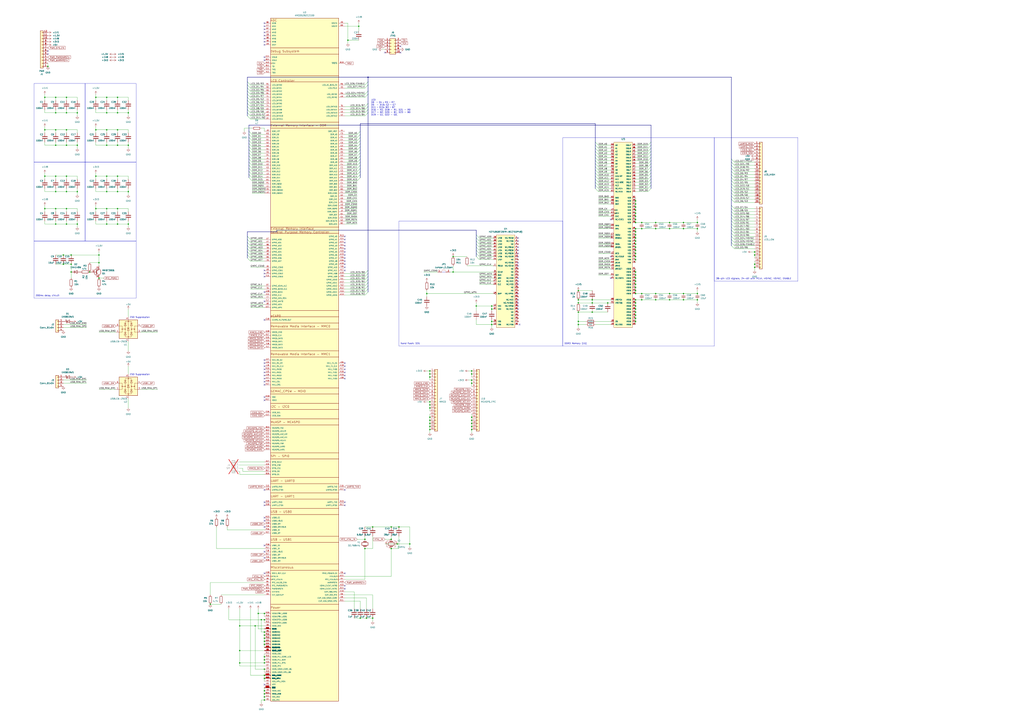
<source format=kicad_sch>
(kicad_sch (version 20230121) (generator eeschema)
  (paper "A1")
  (junction (at 87.63 184.15))
  (junction (at 105.41 119.38))
  (junction (at 572.77 182.88))
  (junction (at 96.52 106.68))
  (junction (at 81.28 209.55))
  (junction (at 73.66 223.52))
  (junction (at 52.07 217.17))
  (junction (at 217.17 539.75))
  (junction (at 306.07 508))
  (junction (at 87.63 171.45))
  (junction (at 572.77 187.96))
  (junction (at 353.06 332.74))
  (junction (at 39.37 54.61))
  (junction (at 521.97 175.26))
  (junction (at 521.97 256.54))
  (junction (at 353.06 350.52))
  (junction (at 387.35 347.98))
  (junction (at 521.97 190.5))
  (junction (at 327.66 433.07))
  (junction (at 372.11 223.52))
  (junction (at 521.97 208.28))
  (junction (at 54.61 157.48))
  (junction (at 521.97 195.58))
  (junction (at 217.17 527.05))
  (junction (at 538.48 246.38))
  (junction (at 96.52 119.38))
  (junction (at 387.35 345.44))
  (junction (at 81.28 215.9))
  (junction (at 78.74 80.01))
  (junction (at 87.63 157.48))
  (junction (at 521.97 238.76))
  (junction (at 299.72 443.23))
  (junction (at 521.97 182.88))
  (junction (at 321.31 443.23))
  (junction (at 549.91 187.96))
  (junction (at 96.52 157.48))
  (junction (at 54.61 80.01))
  (junction (at 387.35 350.52))
  (junction (at 527.05 187.96))
  (junction (at 217.17 557.53))
  (junction (at 217.17 519.43))
  (junction (at 527.05 182.88))
  (junction (at 521.97 187.96))
  (junction (at 521.97 246.38))
  (junction (at 387.35 353.06))
  (junction (at 474.98 266.7))
  (junction (at 36.83 171.45))
  (junction (at 474.98 256.54))
  (junction (at 96.52 92.71))
  (junction (at 521.97 167.64))
  (junction (at 521.97 200.66))
  (junction (at 521.97 165.1))
  (junction (at 321.31 450.85))
  (junction (at 619.76 217.17))
  (junction (at 96.52 144.78))
  (junction (at 353.06 335.28))
  (junction (at 326.39 447.04))
  (junction (at 217.17 544.83))
  (junction (at 486.41 246.38))
  (junction (at 217.17 509.27))
  (junction (at 538.48 241.3))
  (junction (at 387.35 307.34))
  (junction (at 538.48 182.88))
  (junction (at 196.85 544.83))
  (junction (at 561.34 187.96))
  (junction (at 353.06 307.34))
  (junction (at 196.85 534.67))
  (junction (at 54.61 184.15))
  (junction (at 52.07 209.55))
  (junction (at 217.17 529.59))
  (junction (at 45.72 184.15))
  (junction (at 294.64 21.59))
  (junction (at 521.97 236.22))
  (junction (at 387.35 312.42))
  (junction (at 403.86 251.46))
  (junction (at 353.06 342.9))
  (junction (at 36.83 144.78))
  (junction (at 105.41 157.48))
  (junction (at 353.06 353.06))
  (junction (at 81.28 228.6))
  (junction (at 217.17 570.23))
  (junction (at 300.99 508))
  (junction (at 217.17 549.91))
  (junction (at 87.63 92.71))
  (junction (at 45.72 157.48))
  (junction (at 486.41 256.54))
  (junction (at 521.97 180.34))
  (junction (at 54.61 119.38))
  (junction (at 36.83 80.01))
  (junction (at 321.31 433.07))
  (junction (at 217.17 575.31))
  (junction (at 350.52 241.3))
  (junction (at 521.97 248.92))
  (junction (at 172.72 496.57))
  (junction (at 521.97 210.82))
  (junction (at 54.61 106.68))
  (junction (at 474.98 238.76))
  (junction (at 87.63 106.68))
  (junction (at 486.41 248.92))
  (junction (at 217.17 542.29))
  (junction (at 521.97 203.2))
  (junction (at 45.72 119.38))
  (junction (at 214.63 509.27))
  (junction (at 87.63 80.01))
  (junction (at 619.76 207.01))
  (junction (at 45.72 144.78))
  (junction (at 78.74 171.45))
  (junction (at 521.97 177.8))
  (junction (at 353.06 304.8))
  (junction (at 45.72 171.45))
  (junction (at 561.34 182.88))
  (junction (at 619.76 219.71))
  (junction (at 387.35 314.96))
  (junction (at 521.97 193.04))
  (junction (at 521.97 226.06))
  (junction (at 521.97 228.6))
  (junction (at 403.86 264.16))
  (junction (at 96.52 80.01))
  (junction (at 372.11 210.82))
  (junction (at 45.72 106.68))
  (junction (at 572.77 241.3))
  (junction (at 474.98 264.16))
  (junction (at 521.97 251.46))
  (junction (at 96.52 171.45))
  (junction (at 87.63 144.78))
  (junction (at 521.97 213.36))
  (junction (at 403.86 266.7))
  (junction (at 299.72 450.85))
  (junction (at 295.91 508))
  (junction (at 521.97 231.14))
  (junction (at 353.06 309.88))
  (junction (at 353.06 330.2))
  (junction (at 549.91 241.3))
  (junction (at 217.17 521.97))
  (junction (at 561.34 241.3))
  (junction (at 217.17 504.19))
  (junction (at 217.17 572.77))
  (junction (at 572.77 246.38))
  (junction (at 521.97 254))
  (junction (at 403.86 254))
  (junction (at 217.17 524.51))
  (junction (at 336.55 447.04))
  (junction (at 549.91 182.88))
  (junction (at 63.5 184.15))
  (junction (at 45.72 92.71))
  (junction (at 63.5 157.48))
  (junction (at 527.05 241.3))
  (junction (at 196.85 514.35))
  (junction (at 58.42 209.55))
  (junction (at 499.11 248.92))
  (junction (at 549.91 246.38))
  (junction (at 561.34 246.38))
  (junction (at 58.42 217.17))
  (junction (at 105.41 184.15))
  (junction (at 105.41 92.71))
  (junction (at 63.5 92.71))
  (junction (at 306.07 433.07))
  (junction (at 45.72 80.01))
  (junction (at 391.16 251.46))
  (junction (at 96.52 184.15))
  (junction (at 353.06 347.98))
  (junction (at 78.74 144.78))
  (junction (at 538.48 187.96))
  (junction (at 78.74 106.68))
  (junction (at 209.55 514.35))
  (junction (at 521.97 261.62))
  (junction (at 521.97 259.08))
  (junction (at 87.63 119.38))
  (junction (at 521.97 198.12))
  (junction (at 387.35 304.8))
  (junction (at 353.06 345.44))
  (junction (at 217.17 554.99))
  (junction (at 54.61 144.78))
  (junction (at 58.42 223.52))
  (junction (at 521.97 241.3))
  (junction (at 521.97 170.18))
  (junction (at 619.76 209.55))
  (junction (at 302.26 63.5))
  (junction (at 521.97 264.16))
  (junction (at 521.97 233.68))
  (junction (at 527.05 246.38))
  (junction (at 54.61 171.45))
  (junction (at 36.83 106.68))
  (junction (at 54.61 92.71))
  (junction (at 63.5 119.38))
  (junction (at 387.35 342.9))
  (junction (at 521.97 172.72))
  (junction (at 474.98 246.38))
  (junction (at 521.97 223.52))
  (junction (at 474.98 248.92))
  (junction (at 212.09 504.19))
  (junction (at 521.97 205.74))
  (junction (at 217.17 567.69))
  (junction (at 285.75 33.02))
  (no_connect (at 217.17 313.69))
  (no_connect (at 217.17 306.07))
  (no_connect (at 425.45 246.38))
  (no_connect (at 283.21 194.31))
  (no_connect (at 217.17 412.75))
  (no_connect (at 425.45 215.9))
  (no_connect (at 283.21 204.47))
  (no_connect (at 39.37 41.91))
  (no_connect (at 283.21 415.29))
  (no_connect (at 283.21 207.01))
  (no_connect (at 425.45 198.12))
  (no_connect (at 425.45 241.3))
  (no_connect (at 425.45 228.6))
  (no_connect (at 217.17 326.39))
  (no_connect (at 217.17 471.17))
  (no_connect (at 283.21 308.61))
  (no_connect (at 283.21 196.85))
  (no_connect (at 425.45 233.68))
  (no_connect (at 217.17 34.29))
  (no_connect (at 501.65 228.6))
  (no_connect (at 283.21 209.55))
  (no_connect (at 425.45 208.28))
  (no_connect (at 283.21 214.63))
  (no_connect (at 217.17 26.67))
  (no_connect (at 217.17 49.53))
  (no_connect (at 425.45 251.46))
  (no_connect (at 217.17 262.89))
  (no_connect (at 217.17 453.39))
  (no_connect (at 217.17 425.45))
  (no_connect (at 283.21 199.39))
  (no_connect (at 217.17 298.45))
  (no_connect (at 217.17 227.33))
  (no_connect (at 283.21 402.59))
  (no_connect (at 217.17 36.83))
  (no_connect (at 501.65 180.34))
  (no_connect (at 316.23 43.18))
  (no_connect (at 283.21 300.99))
  (no_connect (at 328.93 38.1))
  (no_connect (at 283.21 298.45))
  (no_connect (at 501.65 210.82))
  (no_connect (at 425.45 205.74))
  (no_connect (at 217.17 308.61))
  (no_connect (at 217.17 29.21))
  (no_connect (at 283.21 412.75))
  (no_connect (at 217.17 46.99))
  (no_connect (at 217.17 21.59))
  (no_connect (at 217.17 562.61))
  (no_connect (at 217.17 303.53))
  (no_connect (at 426.72 266.7))
  (no_connect (at 283.21 481.33))
  (no_connect (at 283.21 212.09))
  (no_connect (at 217.17 316.23))
  (no_connect (at 283.21 222.25))
  (no_connect (at 425.45 248.92))
  (no_connect (at 217.17 448.31))
  (no_connect (at 217.17 433.07))
  (no_connect (at 283.21 483.87))
  (no_connect (at 217.17 222.25))
  (no_connect (at 217.17 224.79))
  (no_connect (at 425.45 254))
  (no_connect (at 217.17 240.03))
  (no_connect (at 217.17 458.47))
  (no_connect (at 283.21 311.15))
  (no_connect (at 39.37 44.45))
  (no_connect (at 425.45 195.58))
  (no_connect (at 217.17 31.75))
  (no_connect (at 217.17 247.65))
  (no_connect (at 425.45 218.44))
  (no_connect (at 217.17 300.99))
  (no_connect (at 217.17 402.59))
  (no_connect (at 217.17 328.93))
  (no_connect (at 217.17 295.91))
  (no_connect (at 217.17 427.99))
  (no_connect (at 328.93 43.18))
  (no_connect (at 283.21 201.93))
  (no_connect (at 217.17 415.29))
  (no_connect (at 425.45 231.14))
  (no_connect (at 425.45 210.82))
  (no_connect (at 217.17 24.13))
  (no_connect (at 283.21 303.53))
  (no_connect (at 425.45 203.2))
  (no_connect (at 283.21 306.07))
  (no_connect (at 283.21 217.17))
  (no_connect (at 283.21 471.17))
  (no_connect (at 283.21 219.71))
  (no_connect (at 217.17 311.15))
  (no_connect (at 217.17 19.05))
  (bus_entry (at 534.67 137.16) (size -2.54 2.54))
  (bus_entry (at 293.37 148.59) (size 2.54 -2.54))
  (bus_entry (at 293.37 130.81) (size 2.54 -2.54))
  (bus_entry (at 600.71 176.53) (size 2.54 2.54))
  (bus_entry (at 600.71 173.99) (size 2.54 2.54))
  (bus_entry (at 302.26 92.71) (size -2.54 2.54))
  (bus_entry (at 293.37 123.19) (size 2.54 -2.54))
  (bus_entry (at 391.16 200.66) (size 2.54 2.54))
  (bus_entry (at 600.71 148.59) (size 2.54 2.54))
  (bus_entry (at 491.49 139.7) (size -2.54 -2.54))
  (bus_entry (at 203.2 90.17) (size 2.54 2.54))
  (bus_entry (at 293.37 113.03) (size 2.54 -2.54))
  (bus_entry (at 203.2 85.09) (size 2.54 2.54))
  (bus_entry (at 491.49 154.94) (size -2.54 -2.54))
  (bus_entry (at 302.26 227.33) (size -2.54 2.54))
  (bus_entry (at 204.47 123.19) (size 2.54 2.54))
  (bus_entry (at 293.37 138.43) (size 2.54 -2.54))
  (bus_entry (at 293.37 146.05) (size 2.54 -2.54))
  (bus_entry (at 534.67 121.92) (size -2.54 2.54))
  (bus_entry (at 204.47 130.81) (size 2.54 2.54))
  (bus_entry (at 600.71 181.61) (size 2.54 2.54))
  (bus_entry (at 203.2 194.31) (size 2.54 2.54))
  (bus_entry (at 600.71 156.21) (size 2.54 2.54))
  (bus_entry (at 293.37 128.27) (size 2.54 -2.54))
  (bus_entry (at 491.49 127) (size -2.54 -2.54))
  (bus_entry (at 391.16 205.74) (size 2.54 2.54))
  (bus_entry (at 204.47 133.35) (size 2.54 2.54))
  (bus_entry (at 302.26 85.09) (size -2.54 2.54))
  (bus_entry (at 491.49 147.32) (size -2.54 -2.54))
  (bus_entry (at 204.47 110.49) (size 2.54 2.54))
  (bus_entry (at 203.2 72.39) (size 2.54 2.54))
  (bus_entry (at 203.2 95.25) (size 2.54 2.54))
  (bus_entry (at 203.2 209.55) (size 2.54 2.54))
  (bus_entry (at 534.67 129.54) (size -2.54 2.54))
  (bus_entry (at 600.71 133.35) (size 2.54 2.54))
  (bus_entry (at 302.26 234.95) (size -2.54 2.54))
  (bus_entry (at 600.71 186.69) (size 2.54 2.54))
  (bus_entry (at 302.26 224.79) (size -2.54 2.54))
  (bus_entry (at 600.71 189.23) (size 2.54 2.54))
  (bus_entry (at 534.67 127) (size -2.54 2.54))
  (bus_entry (at 600.71 158.75) (size 2.54 2.54))
  (bus_entry (at 204.47 113.03) (size 2.54 2.54))
  (bus_entry (at 302.26 90.17) (size -2.54 2.54))
  (bus_entry (at 203.2 92.71) (size 2.54 2.54))
  (bus_entry (at 293.37 110.49) (size 2.54 -2.54))
  (bus_entry (at 204.47 128.27) (size 2.54 2.54))
  (bus_entry (at 203.2 204.47) (size 2.54 2.54))
  (bus_entry (at 491.49 137.16) (size -2.54 -2.54))
  (bus_entry (at 534.67 134.62) (size -2.54 2.54))
  (bus_entry (at 600.71 196.85) (size 2.54 2.54))
  (bus_entry (at 391.16 210.82) (size 2.54 2.54))
  (bus_entry (at 600.71 191.77) (size 2.54 2.54))
  (bus_entry (at 203.2 74.93) (size 2.54 2.54))
  (bus_entry (at 293.37 120.65) (size 2.54 -2.54))
  (bus_entry (at 491.49 129.54) (size -2.54 -2.54))
  (bus_entry (at 391.16 203.2) (size 2.54 2.54))
  (bus_entry (at 600.71 153.67) (size 2.54 2.54))
  (bus_entry (at 204.47 107.95) (size 2.54 2.54))
  (bus_entry (at 302.26 232.41) (size -2.54 2.54))
  (bus_entry (at 302.26 87.63) (size -2.54 2.54))
  (bus_entry (at 204.47 118.11) (size 2.54 2.54))
  (bus_entry (at 203.2 196.85) (size 2.54 2.54))
  (bus_entry (at 534.67 147.32) (size -2.54 2.54))
  (bus_entry (at 534.67 154.94) (size -2.54 2.54))
  (bus_entry (at 491.49 157.48) (size -2.54 -2.54))
  (bus_entry (at 491.49 142.24) (size -2.54 -2.54))
  (bus_entry (at 534.67 119.38) (size -2.54 2.54))
  (bus_entry (at 391.16 208.28) (size 2.54 2.54))
  (bus_entry (at 302.26 67.31) (size -2.54 2.54))
  (bus_entry (at 491.49 144.78) (size -2.54 -2.54))
  (bus_entry (at 534.67 149.86) (size -2.54 2.54))
  (bus_entry (at 293.37 115.57) (size 2.54 -2.54))
  (bus_entry (at 491.49 149.86) (size -2.54 -2.54))
  (bus_entry (at 302.26 69.85) (size -2.54 2.54))
  (bus_entry (at 600.71 171.45) (size 2.54 2.54))
  (bus_entry (at 203.2 67.31) (size 2.54 2.54))
  (bus_entry (at 600.71 194.31) (size 2.54 2.54))
  (bus_entry (at 600.71 140.97) (size 2.54 2.54))
  (bus_entry (at 600.71 146.05) (size 2.54 2.54))
  (bus_entry (at 534.67 152.4) (size -2.54 2.54))
  (bus_entry (at 600.71 161.29) (size 2.54 2.54))
  (bus_entry (at 391.16 198.12) (size 2.54 2.54))
  (bus_entry (at 293.37 143.51) (size 2.54 -2.54))
  (bus_entry (at 302.26 74.93) (size -2.54 2.54))
  (bus_entry (at 302.26 240.03) (size -2.54 2.54))
  (bus_entry (at 600.71 199.39) (size 2.54 2.54))
  (bus_entry (at 204.47 120.65) (size 2.54 2.54))
  (bus_entry (at 293.37 125.73) (size 2.54 -2.54))
  (bus_entry (at 203.2 207.01) (size 2.54 2.54))
  (bus_entry (at 203.2 69.85) (size 2.54 2.54))
  (bus_entry (at 600.71 130.81) (size 2.54 2.54))
  (bus_entry (at 203.2 199.39) (size 2.54 2.54))
  (bus_entry (at 534.67 142.24) (size -2.54 2.54))
  (bus_entry (at 302.26 222.25) (size -2.54 2.54))
  (bus_entry (at 491.49 124.46) (size -2.54 -2.54))
  (bus_entry (at 534.67 132.08) (size -2.54 2.54))
  (bus_entry (at 293.37 118.11) (size 2.54 -2.54))
  (bus_entry (at 391.16 195.58) (size 2.54 2.54))
  (bus_entry (at 302.26 237.49) (size -2.54 2.54))
  (bus_entry (at 293.37 140.97) (size 2.54 -2.54))
  (bus_entry (at 204.47 135.89) (size 2.54 2.54))
  (bus_entry (at 534.67 139.7) (size -2.54 2.54))
  (bus_entry (at 203.2 82.55) (size 2.54 2.54))
  (bus_entry (at 204.47 125.73) (size 2.54 2.54))
  (bus_entry (at 600.71 143.51) (size 2.54 2.54))
  (bus_entry (at 600.71 201.93) (size 2.54 2.54))
  (bus_entry (at 204.47 140.97) (size 2.54 2.54))
  (bus_entry (at 534.67 124.46) (size -2.54 2.54))
  (bus_entry (at 491.49 119.38) (size -2.54 -2.54))
  (bus_entry (at 204.47 115.57) (size 2.54 2.54))
  (bus_entry (at 600.71 184.15) (size 2.54 2.54))
  (bus_entry (at 534.67 116.84) (size -2.54 2.54))
  (bus_entry (at 491.49 132.08) (size -2.54 -2.54))
  (bus_entry (at 600.71 179.07) (size 2.54 2.54))
  (bus_entry (at 391.16 193.04) (size 2.54 2.54))
  (bus_entry (at 302.26 229.87) (size -2.54 2.54))
  (bus_entry (at 534.67 144.78) (size -2.54 2.54))
  (bus_entry (at 302.26 77.47) (size -2.54 2.54))
  (bus_entry (at 203.2 80.01) (size 2.54 2.54))
  (bus_entry (at 293.37 133.35) (size 2.54 -2.54))
  (bus_entry (at 293.37 135.89) (size 2.54 -2.54))
  (bus_entry (at 203.2 87.63) (size 2.54 2.54))
  (bus_entry (at 203.2 212.09) (size 2.54 2.54))
  (bus_entry (at 600.71 163.83) (size 2.54 2.54))
  (bus_entry (at 204.47 146.05) (size 2.54 2.54))
  (bus_entry (at 203.2 201.93) (size 2.54 2.54))
  (bus_entry (at 600.71 138.43) (size 2.54 2.54))
  (bus_entry (at 491.49 134.62) (size -2.54 -2.54))
  (bus_entry (at 203.2 77.47) (size 2.54 2.54))
  (bus_entry (at 600.71 135.89) (size 2.54 2.54))
  (bus_entry (at 204.47 138.43) (size 2.54 2.54))
  (bus_entry (at 204.47 143.51) (size 2.54 2.54))
  (bus_entry (at 600.71 168.91) (size 2.54 2.54))
  (bus_entry (at 600.71 151.13) (size 2.54 2.54))
  (bus_entry (at 491.49 121.92) (size -2.54 -2.54))
  (bus_entry (at 491.49 152.4) (size -2.54 -2.54))
  (wire (pts (xy 63.5 186.69) (xy 63.5 184.15)))
  (wire (pts (xy 212.09 516.89) (xy 212.09 504.19)))
  (wire (pts (xy 217.17 105.41) (xy 217.17 107.95)))
  (wire (pts (xy 393.7 205.74) (xy 405.13 205.74)))
  (wire (pts (xy 36.83 90.17) (xy 36.83 92.71)))
  (wire (pts (xy 105.41 109.22) (xy 105.41 106.68)))
  (wire (pts (xy 205.74 196.85) (xy 217.17 196.85)))
  (wire (pts (xy 372.11 210.82) (xy 383.54 210.82)))
  (bus (pts (xy 295.91 130.81) (xy 295.91 128.27)))
  (wire (pts (xy 313.69 40.64) (xy 316.23 40.64)))
  (wire (pts (xy 205.74 207.01) (xy 217.17 207.01)))
  (wire (pts (xy 105.41 260.35) (xy 105.41 254)))
  (wire (pts (xy 294.64 19.05) (xy 294.64 21.59)))
  (wire (pts (xy 619.76 214.63) (xy 619.76 217.17)))
  (wire (pts (xy 81.28 215.9) (xy 81.28 218.44)))
  (bus (pts (xy 204.47 130.81) (xy 204.47 128.27)))
  (wire (pts (xy 336.55 447.04) (xy 336.55 449.58)))
  (wire (pts (xy 491.49 132.08) (xy 501.65 132.08)))
  (wire (pts (xy 603.25 184.15) (xy 619.76 184.15)))
  (wire (pts (xy 491.49 215.9) (xy 501.65 215.9)))
  (wire (pts (xy 209.55 514.35) (xy 217.17 514.35)))
  (bus (pts (xy 302.26 222.25) (xy 302.26 224.79)))
  (wire (pts (xy 54.61 173.99) (xy 54.61 171.45)))
  (wire (pts (xy 36.83 119.38) (xy 45.72 119.38)))
  (wire (pts (xy 78.74 92.71) (xy 87.63 92.71)))
  (bus (pts (xy 203.2 82.55) (xy 203.2 80.01)))
  (wire (pts (xy 491.49 129.54) (xy 501.65 129.54)))
  (wire (pts (xy 353.06 347.98) (xy 353.06 350.52)))
  (bus (pts (xy 391.16 208.28) (xy 391.16 210.82)))
  (wire (pts (xy 353.06 340.36) (xy 353.06 342.9)))
  (wire (pts (xy 521.97 254) (xy 521.97 256.54)))
  (wire (pts (xy 87.63 92.71) (xy 96.52 92.71)))
  (wire (pts (xy 63.5 147.32) (xy 63.5 144.78)))
  (bus (pts (xy 203.2 212.09) (xy 203.2 209.55)))
  (wire (pts (xy 205.74 237.49) (xy 217.17 237.49)))
  (wire (pts (xy 521.97 180.34) (xy 521.97 177.8)))
  (wire (pts (xy 205.74 212.09) (xy 217.17 212.09)))
  (wire (pts (xy 474.98 266.7) (xy 474.98 264.16)))
  (bus (pts (xy 534.67 139.7) (xy 534.67 142.24)))
  (wire (pts (xy 491.49 144.78) (xy 501.65 144.78)))
  (wire (pts (xy 521.97 175.26) (xy 521.97 172.72)))
  (wire (pts (xy 36.83 181.61) (xy 36.83 184.15)))
  (wire (pts (xy 217.17 557.53) (xy 217.17 560.07)))
  (wire (pts (xy 196.85 379.73) (xy 217.17 379.73)))
  (wire (pts (xy 96.52 181.61) (xy 96.52 184.15)))
  (wire (pts (xy 617.22 207.01) (xy 619.76 207.01)))
  (wire (pts (xy 532.13 144.78) (xy 521.97 144.78)))
  (wire (pts (xy 321.31 440.69) (xy 321.31 443.23)))
  (wire (pts (xy 105.41 154.94) (xy 105.41 157.48)))
  (wire (pts (xy 52.07 269.24) (xy 71.12 269.24)))
  (wire (pts (xy 393.7 231.14) (xy 405.13 231.14)))
  (wire (pts (xy 387.35 342.9) (xy 387.35 340.36)))
  (wire (pts (xy 572.77 187.96) (xy 561.34 187.96)))
  (wire (pts (xy 200.66 105.41) (xy 207.01 105.41)))
  (wire (pts (xy 78.74 119.38) (xy 87.63 119.38)))
  (wire (pts (xy 217.17 565.15) (xy 217.17 567.69)))
  (wire (pts (xy 205.74 82.55) (xy 217.17 82.55)))
  (wire (pts (xy 81.28 273.05) (xy 95.25 273.05)))
  (wire (pts (xy 207.01 133.35) (xy 217.17 133.35)))
  (wire (pts (xy 205.74 87.63) (xy 217.17 87.63)))
  (bus (pts (xy 203.2 85.09) (xy 203.2 82.55)))
  (wire (pts (xy 300.99 500.38) (xy 300.99 491.49)))
  (wire (pts (xy 532.13 147.32) (xy 521.97 147.32)))
  (wire (pts (xy 78.74 116.84) (xy 78.74 119.38)))
  (bus (pts (xy 600.71 148.59) (xy 600.71 151.13)))
  (wire (pts (xy 491.49 226.06) (xy 501.65 226.06)))
  (wire (pts (xy 603.25 158.75) (xy 619.76 158.75)))
  (bus (pts (xy 534.67 119.38) (xy 534.67 121.92)))
  (wire (pts (xy 403.86 251.46) (xy 405.13 251.46)))
  (wire (pts (xy 205.74 252.73) (xy 217.17 252.73)))
  (bus (pts (xy 203.2 90.17) (xy 203.2 87.63)))
  (wire (pts (xy 78.74 154.94) (xy 78.74 157.48)))
  (bus (pts (xy 204.47 133.35) (xy 204.47 130.81)))
  (wire (pts (xy 181.61 488.95) (xy 217.17 488.95)))
  (wire (pts (xy 54.61 82.55) (xy 54.61 80.01)))
  (wire (pts (xy 572.77 180.34) (xy 572.77 182.88)))
  (wire (pts (xy 293.37 146.05) (xy 283.21 146.05)))
  (bus (pts (xy 203.2 80.01) (xy 203.2 77.47)))
  (bus (pts (xy 600.71 158.75) (xy 600.71 161.29)))
  (wire (pts (xy 172.72 496.57) (xy 181.61 496.57)))
  (wire (pts (xy 205.74 219.71) (xy 217.17 219.71)))
  (wire (pts (xy 293.37 123.19) (xy 283.21 123.19)))
  (wire (pts (xy 403.86 251.46) (xy 403.86 254)))
  (wire (pts (xy 45.72 209.55) (xy 52.07 209.55)))
  (wire (pts (xy 391.16 266.7) (xy 391.16 262.89)))
  (wire (pts (xy 603.25 133.35) (xy 619.76 133.35)))
  (wire (pts (xy 527.05 246.38) (xy 521.97 246.38)))
  (wire (pts (xy 603.25 179.07) (xy 619.76 179.07)))
  (wire (pts (xy 521.97 248.92) (xy 521.97 251.46)))
  (wire (pts (xy 521.97 208.28) (xy 521.97 210.82)))
  (wire (pts (xy 45.72 181.61) (xy 45.72 184.15)))
  (wire (pts (xy 486.41 246.38) (xy 474.98 246.38)))
  (wire (pts (xy 521.97 193.04) (xy 521.97 195.58)))
  (wire (pts (xy 85.09 228.6) (xy 81.28 228.6)))
  (bus (pts (xy 295.91 140.97) (xy 295.91 138.43)))
  (bus (pts (xy 488.95 134.62) (xy 488.95 137.16)))
  (bus (pts (xy 534.67 116.84) (xy 534.67 119.38)))
  (wire (pts (xy 54.61 147.32) (xy 54.61 144.78)))
  (bus (pts (xy 295.91 107.95) (xy 295.91 101.6)))
  (wire (pts (xy 73.66 215.9) (xy 81.28 215.9)))
  (bus (pts (xy 204.47 113.03) (xy 204.47 110.49)))
  (wire (pts (xy 350.52 304.8) (xy 353.06 304.8)))
  (wire (pts (xy 491.49 127) (xy 501.65 127)))
  (wire (pts (xy 299.72 433.07) (xy 306.07 433.07)))
  (wire (pts (xy 293.37 179.07) (xy 283.21 179.07)))
  (wire (pts (xy 603.25 163.83) (xy 619.76 163.83)))
  (wire (pts (xy 293.37 125.73) (xy 283.21 125.73)))
  (wire (pts (xy 217.17 542.29) (xy 217.17 544.83)))
  (bus (pts (xy 203.2 199.39) (xy 203.2 196.85)))
  (wire (pts (xy 293.37 135.89) (xy 283.21 135.89)))
  (wire (pts (xy 63.5 160.02) (xy 63.5 157.48)))
  (wire (pts (xy 196.85 514.35) (xy 196.85 534.67)))
  (wire (pts (xy 205.74 201.93) (xy 217.17 201.93)))
  (bus (pts (xy 203.2 190.5) (xy 203.2 194.31)))
  (wire (pts (xy 105.41 95.25) (xy 105.41 92.71)))
  (wire (pts (xy 327.66 433.07) (xy 336.55 433.07)))
  (wire (pts (xy 58.42 209.55) (xy 81.28 209.55)))
  (wire (pts (xy 63.5 95.25) (xy 63.5 92.71)))
  (bus (pts (xy 203.2 74.93) (xy 203.2 72.39)))
  (bus (pts (xy 295.91 110.49) (xy 295.91 107.95)))
  (wire (pts (xy 105.41 144.78) (xy 96.52 144.78)))
  (wire (pts (xy 293.37 176.53) (xy 283.21 176.53)))
  (wire (pts (xy 387.35 307.34) (xy 387.35 309.88)))
  (wire (pts (xy 105.41 116.84) (xy 105.41 119.38)))
  (bus (pts (xy 302.26 77.47) (xy 302.26 85.09)))
  (wire (pts (xy 45.72 217.17) (xy 52.07 217.17)))
  (wire (pts (xy 290.83 508) (xy 295.91 508)))
  (bus (pts (xy 600.71 179.07) (xy 600.71 181.61)))
  (bus (pts (xy 534.67 121.92) (xy 534.67 124.46)))
  (bus (pts (xy 600.71 173.99) (xy 600.71 176.53)))
  (wire (pts (xy 78.74 184.15) (xy 87.63 184.15)))
  (wire (pts (xy 214.63 519.43) (xy 217.17 519.43)))
  (wire (pts (xy 209.55 514.35) (xy 209.55 549.91)))
  (bus (pts (xy 204.47 143.51) (xy 204.47 140.97)))
  (wire (pts (xy 45.72 154.94) (xy 45.72 157.48)))
  (bus (pts (xy 295.91 146.05) (xy 295.91 143.51)))
  (wire (pts (xy 353.06 353.06) (xy 353.06 355.6)))
  (wire (pts (xy 58.42 217.17) (xy 58.42 223.52)))
  (wire (pts (xy 549.91 187.96) (xy 538.48 187.96)))
  (wire (pts (xy 387.35 355.6) (xy 387.35 353.06)))
  (wire (pts (xy 293.37 113.03) (xy 283.21 113.03)))
  (wire (pts (xy 572.77 246.38) (xy 572.77 248.92)))
  (bus (pts (xy 302.26 92.71) (xy 302.26 222.25)))
  (wire (pts (xy 299.72 77.47) (xy 283.21 77.47)))
  (wire (pts (xy 384.81 312.42) (xy 387.35 312.42)))
  (bus (pts (xy 600.71 194.31) (xy 600.71 196.85)))
  (wire (pts (xy 217.17 389.89) (xy 196.85 389.89)))
  (wire (pts (xy 283.21 234.95) (xy 299.72 234.95)))
  (wire (pts (xy 521.97 195.58) (xy 521.97 198.12)))
  (wire (pts (xy 96.52 109.22) (xy 96.52 106.68)))
  (wire (pts (xy 491.49 149.86) (xy 501.65 149.86)))
  (wire (pts (xy 205.74 95.25) (xy 217.17 95.25)))
  (wire (pts (xy 87.63 154.94) (xy 87.63 157.48)))
  (wire (pts (xy 71.12 312.42) (xy 52.07 312.42)))
  (wire (pts (xy 474.98 266.7) (xy 474.98 269.24)))
  (wire (pts (xy 212.09 504.19) (xy 217.17 504.19)))
  (wire (pts (xy 300.99 508) (xy 306.07 508)))
  (wire (pts (xy 391.16 248.92) (xy 391.16 251.46)))
  (wire (pts (xy 96.52 90.17) (xy 96.52 92.71)))
  (wire (pts (xy 491.49 167.64) (xy 501.65 167.64)))
  (wire (pts (xy 45.72 82.55) (xy 45.72 80.01)))
  (wire (pts (xy 306.07 488.95) (xy 283.21 488.95)))
  (wire (pts (xy 603.25 148.59) (xy 619.76 148.59)))
  (wire (pts (xy 217.17 567.69) (xy 217.17 570.23)))
  (wire (pts (xy 521.97 165.1) (xy 521.97 167.64)))
  (wire (pts (xy 403.86 255.27) (xy 403.86 254)))
  (wire (pts (xy 326.39 447.04) (xy 336.55 447.04)))
  (bus (pts (xy 488.95 124.46) (xy 488.95 127)))
  (wire (pts (xy 45.72 116.84) (xy 45.72 119.38)))
  (wire (pts (xy 207.01 125.73) (xy 217.17 125.73)))
  (bus (pts (xy 302.26 237.49) (xy 302.26 240.03)))
  (wire (pts (xy 403.86 266.7) (xy 391.16 266.7)))
  (wire (pts (xy 293.37 130.81) (xy 283.21 130.81)))
  (wire (pts (xy 87.63 90.17) (xy 87.63 92.71)))
  (wire (pts (xy 532.13 124.46) (xy 521.97 124.46)))
  (wire (pts (xy 549.91 187.96) (xy 561.34 187.96)))
  (wire (pts (xy 45.72 157.48) (xy 54.61 157.48)))
  (wire (pts (xy 205.74 214.63) (xy 217.17 214.63)))
  (wire (pts (xy 293.37 153.67) (xy 283.21 153.67)))
  (wire (pts (xy 105.41 186.69) (xy 105.41 184.15)))
  (wire (pts (xy 353.06 332.74) (xy 353.06 335.28)))
  (wire (pts (xy 393.7 203.2) (xy 405.13 203.2)))
  (wire (pts (xy 486.41 256.54) (xy 499.11 256.54)))
  (bus (pts (xy 302.26 63.5) (xy 302.26 67.31)))
  (bus (pts (xy 534.67 142.24) (xy 534.67 144.78)))
  (wire (pts (xy 214.63 105.41) (xy 217.17 105.41)))
  (bus (pts (xy 203.2 204.47) (xy 203.2 201.93)))
  (bus (pts (xy 600.71 163.83) (xy 600.71 168.91)))
  (wire (pts (xy 54.61 157.48) (xy 63.5 157.48)))
  (bus (pts (xy 488.95 149.86) (xy 488.95 152.4)))
  (bus (pts (xy 600.71 143.51) (xy 600.71 146.05)))
  (bus (pts (xy 295.91 143.51) (xy 295.91 140.97)))
  (wire (pts (xy 186.69 435.61) (xy 186.69 433.07)))
  (bus (pts (xy 295.91 113.03) (xy 295.91 110.49)))
  (wire (pts (xy 54.61 119.38) (xy 63.5 119.38)))
  (bus (pts (xy 302.26 74.93) (xy 302.26 77.47)))
  (wire (pts (xy 603.25 161.29) (xy 619.76 161.29)))
  (bus (pts (xy 295.91 118.11) (xy 295.91 115.57)))
  (wire (pts (xy 214.63 575.31) (xy 214.63 577.85)))
  (wire (pts (xy 87.63 184.15) (xy 96.52 184.15)))
  (wire (pts (xy 217.17 516.89) (xy 212.09 516.89)))
  (wire (pts (xy 36.83 92.71) (xy 45.72 92.71)))
  (wire (pts (xy 393.7 208.28) (xy 405.13 208.28)))
  (wire (pts (xy 78.74 80.01) (xy 87.63 80.01)))
  (wire (pts (xy 283.21 87.63) (xy 299.72 87.63)))
  (wire (pts (xy 36.83 173.99) (xy 36.83 171.45)))
  (wire (pts (xy 63.5 90.17) (xy 63.5 92.71)))
  (wire (pts (xy 491.49 193.04) (xy 501.65 193.04)))
  (wire (pts (xy 52.07 314.96) (xy 71.12 314.96)))
  (bus (pts (xy 391.16 195.58) (xy 391.16 198.12)))
  (wire (pts (xy 87.63 147.32) (xy 87.63 144.78)))
  (wire (pts (xy 353.06 307.34) (xy 353.06 309.88)))
  (bus (pts (xy 203.2 196.85) (xy 203.2 194.31)))
  (wire (pts (xy 205.74 69.85) (xy 217.17 69.85)))
  (wire (pts (xy 603.25 143.51) (xy 619.76 143.51)))
  (wire (pts (xy 347.98 223.52) (xy 359.41 223.52)))
  (wire (pts (xy 205.74 204.47) (xy 217.17 204.47)))
  (wire (pts (xy 603.25 146.05) (xy 619.76 146.05)))
  (wire (pts (xy 105.41 173.99) (xy 105.41 171.45)))
  (bus (pts (xy 534.67 129.54) (xy 534.67 132.08)))
  (bus (pts (xy 534.67 124.46) (xy 534.67 127)))
  (wire (pts (xy 532.13 139.7) (xy 521.97 139.7)))
  (bus (pts (xy 295.91 128.27) (xy 295.91 125.73)))
  (wire (pts (xy 619.76 207.01) (xy 619.76 209.55)))
  (wire (pts (xy 205.74 97.79) (xy 217.17 97.79)))
  (wire (pts (xy 205.74 80.01) (xy 217.17 80.01)))
  (wire (pts (xy 105.41 121.92) (xy 105.41 119.38)))
  (bus (pts (xy 600.71 146.05) (xy 600.71 148.59)))
  (wire (pts (xy 78.74 181.61) (xy 78.74 184.15)))
  (wire (pts (xy 283.21 224.79) (xy 299.72 224.79)))
  (wire (pts (xy 603.25 138.43) (xy 619.76 138.43)))
  (wire (pts (xy 45.72 184.15) (xy 54.61 184.15)))
  (wire (pts (xy 350.52 241.3) (xy 405.13 241.3)))
  (wire (pts (xy 474.98 248.92) (xy 486.41 248.92)))
  (bus (pts (xy 302.26 67.31) (xy 302.26 69.85)))
  (bus (pts (xy 534.67 132.08) (xy 534.67 134.62)))
  (wire (pts (xy 207.01 115.57) (xy 217.17 115.57)))
  (wire (pts (xy 491.49 137.16) (xy 501.65 137.16)))
  (wire (pts (xy 207.01 110.49) (xy 217.17 110.49)))
  (wire (pts (xy 87.63 171.45) (xy 96.52 171.45)))
  (wire (pts (xy 293.37 161.29) (xy 283.21 161.29)))
  (bus (pts (xy 204.47 135.89) (xy 204.47 133.35)))
  (bus (pts (xy 391.16 205.74) (xy 391.16 208.28)))
  (wire (pts (xy 293.37 168.91) (xy 283.21 168.91)))
  (wire (pts (xy 87.63 80.01) (xy 96.52 80.01)))
  (bus (pts (xy 534.67 134.62) (xy 534.67 137.16)))
  (wire (pts (xy 54.61 154.94) (xy 54.61 157.48)))
  (wire (pts (xy 207.01 156.21) (xy 217.17 156.21)))
  (wire (pts (xy 391.16 251.46) (xy 403.86 251.46)))
  (wire (pts (xy 393.7 195.58) (xy 405.13 195.58)))
  (wire (pts (xy 196.85 389.89) (xy 196.85 387.35)))
  (bus (pts (xy 600.71 153.67) (xy 600.71 156.21)))
  (wire (pts (xy 293.37 171.45) (xy 283.21 171.45)))
  (bus (pts (xy 302.26 85.09) (xy 302.26 87.63)))
  (wire (pts (xy 336.55 433.07) (xy 336.55 447.04)))
  (wire (pts (xy 521.97 172.72) (xy 521.97 170.18)))
  (wire (pts (xy 207.01 138.43) (xy 217.17 138.43)))
  (wire (pts (xy 285.75 33.02) (xy 285.75 35.56)))
  (wire (pts (xy 532.13 127) (xy 521.97 127)))
  (wire (pts (xy 521.97 246.38) (xy 521.97 248.92)))
  (wire (pts (xy 214.63 509.27) (xy 214.63 519.43)))
  (wire (pts (xy 538.48 246.38) (xy 527.05 246.38)))
  (wire (pts (xy 299.72 476.25) (xy 283.21 476.25)))
  (bus (pts (xy 488.95 127) (xy 488.95 129.54)))
  (wire (pts (xy 293.37 166.37) (xy 283.21 166.37)))
  (bus (pts (xy 302.26 87.63) (xy 302.26 90.17)))
  (bus (pts (xy 204.47 110.49) (xy 204.47 107.95)))
  (wire (pts (xy 217.17 570.23) (xy 217.17 572.77)))
  (wire (pts (xy 293.37 181.61) (xy 283.21 181.61)))
  (wire (pts (xy 87.63 82.55) (xy 87.63 80.01)))
  (bus (pts (xy 295.91 120.65) (xy 295.91 118.11)))
  (wire (pts (xy 299.72 80.01) (xy 283.21 80.01)))
  (bus (pts (xy 204.47 118.11) (xy 204.47 115.57)))
  (bus (pts (xy 203.2 87.63) (xy 203.2 85.09)))
  (wire (pts (xy 96.52 119.38) (xy 105.41 119.38)))
  (wire (pts (xy 105.41 106.68) (xy 96.52 106.68)))
  (wire (pts (xy 207.01 118.11) (xy 217.17 118.11)))
  (wire (pts (xy 350.52 243.84) (xy 350.52 241.3)))
  (wire (pts (xy 603.25 194.31) (xy 619.76 194.31)))
  (wire (pts (xy 372.11 223.52) (xy 405.13 223.52)))
  (wire (pts (xy 129.54 273.05) (xy 115.57 273.05)))
  (bus (pts (xy 204.47 140.97) (xy 204.47 138.43)))
  (bus (pts (xy 295.91 125.73) (xy 295.91 123.19)))
  (wire (pts (xy 187.96 500.38) (xy 187.96 509.27)))
  (wire (pts (xy 603.25 176.53) (xy 619.76 176.53)))
  (wire (pts (xy 196.85 547.37) (xy 196.85 544.83)))
  (wire (pts (xy 491.49 220.98) (xy 501.65 220.98)))
  (wire (pts (xy 105.41 147.32) (xy 105.41 144.78)))
  (wire (pts (xy 293.37 163.83) (xy 283.21 163.83)))
  (wire (pts (xy 78.74 82.55) (xy 78.74 80.01)))
  (wire (pts (xy 521.97 236.22) (xy 521.97 238.76)))
  (wire (pts (xy 403.86 266.7) (xy 403.86 269.24)))
  (wire (pts (xy 521.97 259.08) (xy 521.97 261.62)))
  (wire (pts (xy 619.76 219.71) (xy 619.76 222.25)))
  (bus (pts (xy 600.71 161.29) (xy 600.71 163.83)))
  (bus (pts (xy 204.47 138.43) (xy 204.47 135.89)))
  (wire (pts (xy 521.97 238.76) (xy 521.97 241.3)))
  (wire (pts (xy 549.91 182.88) (xy 561.34 182.88)))
  (wire (pts (xy 532.13 132.08) (xy 521.97 132.08)))
  (wire (pts (xy 36.83 80.01) (xy 45.72 80.01)))
  (wire (pts (xy 105.41 90.17) (xy 105.41 92.71)))
  (wire (pts (xy 87.63 119.38) (xy 96.52 119.38)))
  (wire (pts (xy 217.17 532.13) (xy 217.17 529.59)))
  (bus (pts (xy 203.2 92.71) (xy 203.2 90.17)))
  (bus (pts (xy 488.95 132.08) (xy 488.95 134.62)))
  (wire (pts (xy 491.49 147.32) (xy 501.65 147.32)))
  (wire (pts (xy 207.01 128.27) (xy 217.17 128.27)))
  (wire (pts (xy 532.13 134.62) (xy 521.97 134.62)))
  (wire (pts (xy 78.74 142.24) (xy 78.74 144.78)))
  (wire (pts (xy 196.85 534.67) (xy 217.17 534.67)))
  (wire (pts (xy 63.5 109.22) (xy 63.5 106.68)))
  (wire (pts (xy 353.06 309.88) (xy 353.06 312.42)))
  (wire (pts (xy 205.74 209.55) (xy 217.17 209.55)))
  (wire (pts (xy 603.25 140.97) (xy 619.76 140.97)))
  (bus (pts (xy 302.26 227.33) (xy 302.26 229.87)))
  (wire (pts (xy 78.74 173.99) (xy 78.74 171.45)))
  (wire (pts (xy 603.25 191.77) (xy 619.76 191.77)))
  (bus (pts (xy 600.71 191.77) (xy 600.71 194.31)))
  (wire (pts (xy 393.7 233.68) (xy 405.13 233.68)))
  (wire (pts (xy 87.63 109.22) (xy 87.63 106.68)))
  (wire (pts (xy 205.74 242.57) (xy 217.17 242.57)))
  (wire (pts (xy 63.5 154.94) (xy 63.5 157.48)))
  (wire (pts (xy 299.72 72.39) (xy 283.21 72.39)))
  (wire (pts (xy 532.13 121.92) (xy 521.97 121.92)))
  (wire (pts (xy 538.48 182.88) (xy 549.91 182.88)))
  (wire (pts (xy 293.37 115.57) (xy 283.21 115.57)))
  (wire (pts (xy 199.39 384.81) (xy 196.85 384.81)))
  (wire (pts (xy 283.21 21.59) (xy 294.64 21.59)))
  (wire (pts (xy 36.83 77.47) (xy 36.83 80.01)))
  (wire (pts (xy 205.74 250.19) (xy 217.17 250.19)))
  (wire (pts (xy 217.17 509.27) (xy 217.17 511.81)))
  (wire (pts (xy 521.97 228.6) (xy 521.97 231.14)))
  (wire (pts (xy 521.97 256.54) (xy 521.97 259.08)))
  (wire (pts (xy 96.52 147.32) (xy 96.52 144.78)))
  (bus (pts (xy 227.33 190.5) (xy 203.2 190.5)))
  (wire (pts (xy 491.49 124.46) (xy 501.65 124.46)))
  (bus (pts (xy 295.91 115.57) (xy 295.91 113.03)))
  (wire (pts (xy 36.83 154.94) (xy 36.83 157.48)))
  (wire (pts (xy 205.74 234.95) (xy 217.17 234.95)))
  (bus (pts (xy 302.26 69.85) (xy 302.26 74.93)))
  (wire (pts (xy 78.74 106.68) (xy 87.63 106.68)))
  (wire (pts (xy 105.41 80.01) (xy 96.52 80.01)))
  (wire (pts (xy 205.74 199.39) (xy 217.17 199.39)))
  (bus (pts (xy 203.2 209.55) (xy 203.2 207.01)))
  (wire (pts (xy 293.37 143.51) (xy 283.21 143.51)))
  (wire (pts (xy 283.21 473.71) (xy 321.31 473.71)))
  (bus (pts (xy 203.2 201.93) (xy 203.2 199.39)))
  (wire (pts (xy 527.05 182.88) (xy 538.48 182.88)))
  (wire (pts (xy 521.97 180.34) (xy 521.97 182.88)))
  (wire (pts (xy 521.97 187.96) (xy 521.97 190.5)))
  (wire (pts (xy 214.63 509.27) (xy 217.17 509.27)))
  (wire (pts (xy 199.39 387.35) (xy 199.39 384.81)))
  (wire (pts (xy 205.74 500.38) (xy 205.74 554.99)))
  (wire (pts (xy 217.17 524.51) (xy 217.17 521.97)))
  (wire (pts (xy 285.75 19.05) (xy 285.75 33.02)))
  (wire (pts (xy 205.74 90.17) (xy 217.17 90.17)))
  (wire (pts (xy 474.98 238.76) (xy 486.41 238.76)))
  (wire (pts (xy 491.49 121.92) (xy 501.65 121.92)))
  (wire (pts (xy 293.37 128.27) (xy 283.21 128.27)))
  (wire (pts (xy 293.37 148.59) (xy 283.21 148.59)))
  (wire (pts (xy 293.37 110.49) (xy 283.21 110.49)))
  (wire (pts (xy 549.91 241.3) (xy 561.34 241.3)))
  (wire (pts (xy 603.25 151.13) (xy 619.76 151.13)))
  (wire (pts (xy 87.63 144.78) (xy 96.52 144.78)))
  (bus (pts (xy 391.16 203.2) (xy 391.16 205.74)))
  (wire (pts (xy 52.07 209.55) (xy 58.42 209.55)))
  (wire (pts (xy 36.83 82.55) (xy 36.83 80.01)))
  (bus (pts (xy 204.47 120.65) (xy 204.47 118.11)))
  (wire (pts (xy 45.72 92.71) (xy 54.61 92.71)))
  (wire (pts (xy 488.95 264.16) (xy 501.65 264.16)))
  (wire (pts (xy 521.97 170.18) (xy 521.97 167.64)))
  (wire (pts (xy 474.98 264.16) (xy 481.33 264.16)))
  (wire (pts (xy 491.49 152.4) (xy 501.65 152.4)))
  (wire (pts (xy 217.17 529.59) (xy 217.17 527.05)))
  (wire (pts (xy 393.7 198.12) (xy 405.13 198.12)))
  (wire (pts (xy 372.11 218.44) (xy 372.11 223.52)))
  (wire (pts (xy 63.5 173.99) (xy 63.5 171.45)))
  (wire (pts (xy 105.41 82.55) (xy 105.41 80.01)))
  (wire (pts (xy 369.57 223.52) (xy 372.11 223.52)))
  (wire (pts (xy 87.63 181.61) (xy 87.63 184.15)))
  (wire (pts (xy 603.25 153.67) (xy 619.76 153.67)))
  (wire (pts (xy 295.91 494.03) (xy 283.21 494.03)))
  (wire (pts (xy 283.21 240.03) (xy 299.72 240.03)))
  (wire (pts (xy 177.8 450.85) (xy 217.17 450.85)))
  (wire (pts (xy 350.52 238.76) (xy 350.52 241.3)))
  (wire (pts (xy 187.96 509.27) (xy 214.63 509.27)))
  (wire (pts (xy 96.52 184.15) (xy 105.41 184.15)))
  (wire (pts (xy 96.52 92.71) (xy 105.41 92.71)))
  (wire (pts (xy 321.31 473.71) (xy 321.31 450.85)))
  (bus (pts (xy 203.2 207.01) (xy 203.2 204.47)))
  (wire (pts (xy 603.25 166.37) (xy 619.76 166.37)))
  (bus (pts (xy 204.47 102.87) (xy 534.67 102.87)))
  (bus (pts (xy 227.33 189.23) (xy 391.16 189.23)))
  (wire (pts (xy 393.7 200.66) (xy 405.13 200.66)))
  (wire (pts (xy 205.74 74.93) (xy 217.17 74.93)))
  (wire (pts (xy 217.17 539.75) (xy 217.17 542.29)))
  (wire (pts (xy 45.72 119.38) (xy 54.61 119.38)))
  (wire (pts (xy 293.37 120.65) (xy 283.21 120.65)))
  (bus (pts (xy 600.71 184.15) (xy 600.71 186.69)))
  (wire (pts (xy 207.01 158.75) (xy 217.17 158.75)))
  (wire (pts (xy 283.21 95.25) (xy 299.72 95.25)))
  (wire (pts (xy 81.28 209.55) (xy 81.28 215.9)))
  (wire (pts (xy 572.77 187.96) (xy 572.77 190.5)))
  (wire (pts (xy 96.52 116.84) (xy 96.52 119.38)))
  (wire (pts (xy 78.74 90.17) (xy 78.74 92.71)))
  (wire (pts (xy 283.21 237.49) (xy 299.72 237.49)))
  (wire (pts (xy 78.74 77.47) (xy 78.74 80.01)))
  (wire (pts (xy 391.16 255.27) (xy 391.16 251.46)))
  (wire (pts (xy 491.49 185.42) (xy 501.65 185.42)))
  (bus (pts (xy 600.71 156.21) (xy 600.71 158.75)))
  (wire (pts (xy 294.64 21.59) (xy 294.64 25.4)))
  (wire (pts (xy 532.13 119.38) (xy 521.97 119.38)))
  (wire (pts (xy 521.97 187.96) (xy 527.05 187.96)))
  (wire (pts (xy 212.09 500.38) (xy 212.09 504.19)))
  (wire (pts (xy 474.98 264.16) (xy 474.98 256.54)))
  (wire (pts (xy 393.7 226.06) (xy 405.13 226.06)))
  (wire (pts (xy 491.49 187.96) (xy 501.65 187.96)))
  (wire (pts (xy 78.74 109.22) (xy 78.74 106.68)))
  (wire (pts (xy 45.72 109.22) (xy 45.72 106.68)))
  (wire (pts (xy 54.61 184.15) (xy 63.5 184.15)))
  (wire (pts (xy 45.72 90.17) (xy 45.72 92.71)))
  (wire (pts (xy 561.34 182.88) (xy 572.77 182.88)))
  (wire (pts (xy 71.12 266.7) (xy 52.07 266.7)))
  (wire (pts (xy 200.66 107.95) (xy 200.66 105.41)))
  (wire (pts (xy 353.06 330.2) (xy 353.06 332.74)))
  (bus (pts (xy 600.71 138.43) (xy 600.71 140.97)))
  (wire (pts (xy 283.21 90.17) (xy 299.72 90.17)))
  (wire (pts (xy 603.25 201.93) (xy 619.76 201.93)))
  (wire (pts (xy 196.85 382.27) (xy 217.17 382.27)))
  (wire (pts (xy 63.5 144.78) (xy 54.61 144.78)))
  (wire (pts (xy 63.5 121.92) (xy 63.5 119.38)))
  (bus (pts (xy 600.71 130.81) (xy 600.71 133.35)))
  (wire (pts (xy 63.5 80.01) (xy 54.61 80.01)))
  (wire (pts (xy 491.49 213.36) (xy 501.65 213.36)))
  (wire (pts (xy 172.72 488.95) (xy 172.72 478.79)))
  (wire (pts (xy 78.74 144.78) (xy 87.63 144.78)))
  (wire (pts (xy 603.25 171.45) (xy 619.76 171.45)))
  (bus (pts (xy 295.91 138.43) (xy 295.91 135.89)))
  (wire (pts (xy 105.41 171.45) (xy 96.52 171.45)))
  (bus (pts (xy 203.2 63.5) (xy 302.26 63.5)))
  (bus (pts (xy 534.67 127) (xy 534.67 129.54)))
  (wire (pts (xy 572.77 246.38) (xy 561.34 246.38)))
  (wire (pts (xy 521.97 200.66) (xy 521.97 203.2)))
  (wire (pts (xy 96.52 173.99) (xy 96.52 171.45)))
  (bus (pts (xy 488.95 147.32) (xy 488.95 149.86)))
  (wire (pts (xy 603.25 181.61) (xy 619.76 181.61)))
  (wire (pts (xy 290.83 500.38) (xy 290.83 486.41)))
  (wire (pts (xy 521.97 198.12) (xy 521.97 200.66)))
  (wire (pts (xy 283.21 227.33) (xy 299.72 227.33)))
  (wire (pts (xy 295.91 500.38) (xy 295.91 494.03)))
  (wire (pts (xy 283.21 232.41) (xy 299.72 232.41)))
  (wire (pts (xy 63.5 116.84) (xy 63.5 119.38)))
  (wire (pts (xy 350.52 330.2) (xy 353.06 330.2)))
  (wire (pts (xy 293.37 140.97) (xy 283.21 140.97)))
  (bus (pts (xy 302.26 234.95) (xy 302.26 237.49)))
  (wire (pts (xy 521.97 226.06) (xy 521.97 228.6)))
  (wire (pts (xy 491.49 200.66) (xy 501.65 200.66)))
  (wire (pts (xy 387.35 350.52) (xy 387.35 347.98)))
  (wire (pts (xy 521.97 182.88) (xy 527.05 182.88)))
  (bus (pts (xy 203.2 67.31) (xy 203.2 63.5)))
  (wire (pts (xy 353.06 350.52) (xy 353.06 353.06)))
  (wire (pts (xy 196.85 534.67) (xy 196.85 544.83)))
  (wire (pts (xy 603.25 196.85) (xy 619.76 196.85)))
  (wire (pts (xy 217.17 572.77) (xy 217.17 575.31)))
  (wire (pts (xy 207.01 113.03) (xy 217.17 113.03)))
  (wire (pts (xy 383.54 218.44) (xy 405.13 218.44)))
  (wire (pts (xy 87.63 106.68) (xy 96.52 106.68)))
  (wire (pts (xy 538.48 187.96) (xy 527.05 187.96)))
  (wire (pts (xy 491.49 142.24) (xy 501.65 142.24)))
  (wire (pts (xy 387.35 347.98) (xy 387.35 345.44)))
  (wire (pts (xy 196.85 544.83) (xy 217.17 544.83)))
  (wire (pts (xy 63.5 171.45) (xy 54.61 171.45)))
  (wire (pts (xy 486.41 248.92) (xy 499.11 248.92)))
  (wire (pts (xy 36.83 157.48) (xy 45.72 157.48)))
  (bus (pts (xy 600.71 181.61) (xy 600.71 184.15)))
  (wire (pts (xy 532.13 152.4) (xy 521.97 152.4)))
  (wire (pts (xy 207.01 135.89) (xy 217.17 135.89)))
  (bus (pts (xy 488.95 119.38) (xy 488.95 121.92)))
  (wire (pts (xy 387.35 353.06) (xy 387.35 350.52)))
  (wire (pts (xy 321.31 433.07) (xy 327.66 433.07)))
  (wire (pts (xy 521.97 177.8) (xy 521.97 175.26)))
  (wire (pts (xy 353.06 345.44) (xy 353.06 347.98)))
  (wire (pts (xy 293.37 184.15) (xy 283.21 184.15)))
  (wire (pts (xy 532.13 154.94) (xy 521.97 154.94)))
  (wire (pts (xy 45.72 171.45) (xy 54.61 171.45)))
  (bus (pts (xy 302.26 229.87) (xy 302.26 232.41)))
  (wire (pts (xy 129.54 320.04) (xy 115.57 320.04)))
  (bus (pts (xy 600.71 196.85) (xy 600.71 199.39)))
  (bus (pts (xy 600.71 151.13) (xy 600.71 153.67)))
  (wire (pts (xy 283.21 19.05) (xy 285.75 19.05)))
  (wire (pts (xy 36.83 104.14) (xy 36.83 106.68)))
  (bus (pts (xy 534.67 102.87) (xy 534.67 116.84)))
  (wire (pts (xy 205.74 554.99) (xy 217.17 554.99)))
  (bus (pts (xy 488.95 101.6) (xy 488.95 116.84)))
  (wire (pts (xy 36.83 171.45) (xy 45.72 171.45)))
  (bus (pts (xy 295.91 101.6) (xy 488.95 101.6)))
  (wire (pts (xy 207.01 120.65) (xy 217.17 120.65)))
  (wire (pts (xy 54.61 90.17) (xy 54.61 92.71)))
  (wire (pts (xy 217.17 521.97) (xy 217.17 519.43)))
  (bus (pts (xy 488.95 152.4) (xy 488.95 154.94)))
  (wire (pts (xy 532.13 129.54) (xy 521.97 129.54)))
  (wire (pts (xy 532.13 149.86) (xy 521.97 149.86)))
  (wire (pts (xy 78.74 147.32) (xy 78.74 144.78)))
  (wire (pts (xy 488.95 266.7) (xy 501.65 266.7)))
  (wire (pts (xy 293.37 151.13) (xy 283.21 151.13)))
  (wire (pts (xy 205.74 77.47) (xy 217.17 77.47)))
  (wire (pts (xy 403.86 262.89) (xy 403.86 264.16)))
  (wire (pts (xy 299.72 69.85) (xy 283.21 69.85)))
  (bus (pts (xy 227.33 190.5) (xy 227.33 189.23)))
  (wire (pts (xy 387.35 345.44) (xy 387.35 342.9)))
  (wire (pts (xy 387.35 304.8) (xy 387.35 307.34)))
  (bus (pts (xy 204.47 128.27) (xy 204.47 125.73)))
  (wire (pts (xy 217.17 504.19) (xy 217.17 506.73)))
  (wire (pts (xy 283.21 242.57) (xy 299.72 242.57)))
  (wire (pts (xy 36.83 147.32) (xy 36.83 144.78)))
  (wire (pts (xy 521.97 233.68) (xy 521.97 236.22)))
  (wire (pts (xy 295.91 508) (xy 300.99 508)))
  (wire (pts (xy 217.17 552.45) (xy 217.17 549.91)))
  (wire (pts (xy 300.99 491.49) (xy 283.21 491.49)))
  (wire (pts (xy 293.37 156.21) (xy 283.21 156.21)))
  (wire (pts (xy 45.72 147.32) (xy 45.72 144.78)))
  (wire (pts (xy 521.97 223.52) (xy 521.97 226.06)))
  (wire (pts (xy 491.49 162.56) (xy 501.65 162.56)))
  (wire (pts (xy 549.91 246.38) (xy 538.48 246.38)))
  (wire (pts (xy 481.33 266.7) (xy 474.98 266.7)))
  (wire (pts (xy 36.83 184.15) (xy 45.72 184.15)))
  (wire (pts (xy 196.85 500.38) (xy 196.85 514.35)))
  (wire (pts (xy 36.83 109.22) (xy 36.83 106.68)))
  (bus (pts (xy 488.95 129.54) (xy 488.95 132.08)))
  (wire (pts (xy 54.61 116.84) (xy 54.61 119.38)))
  (bus (pts (xy 534.67 149.86) (xy 534.67 152.4)))
  (wire (pts (xy 499.11 248.92) (xy 501.65 248.92)))
  (wire (pts (xy 521.97 213.36) (xy 521.97 215.9)))
  (wire (pts (xy 491.49 218.44) (xy 501.65 218.44)))
  (wire (pts (xy 353.06 304.8) (xy 353.06 307.34)))
  (wire (pts (xy 78.74 171.45) (xy 87.63 171.45)))
  (wire (pts (xy 81.28 207.01) (xy 81.28 209.55)))
  (wire (pts (xy 36.83 168.91) (xy 36.83 171.45)))
  (wire (pts (xy 207.01 146.05) (xy 217.17 146.05)))
  (wire (pts (xy 491.49 172.72) (xy 501.65 172.72)))
  (wire (pts (xy 36.83 142.24) (xy 36.83 144.78)))
  (bus (pts (xy 204.47 146.05) (xy 204.47 143.51)))
  (wire (pts (xy 521.97 162.56) (xy 521.97 165.1)))
  (wire (pts (xy 501.65 246.38) (xy 486.41 246.38)))
  (wire (pts (xy 285.75 33.02) (xy 294.64 33.02)))
  (wire (pts (xy 403.86 264.16) (xy 403.86 266.7)))
  (bus (pts (xy 600.71 168.91) (xy 600.71 171.45)))
  (wire (pts (xy 491.49 134.62) (xy 501.65 134.62)))
  (bus (pts (xy 203.2 69.85) (xy 203.2 67.31)))
  (wire (pts (xy 290.83 486.41) (xy 283.21 486.41)))
  (bus (pts (xy 534.67 152.4) (xy 534.67 154.94)))
  (wire (pts (xy 353.06 342.9) (xy 353.06 345.44)))
  (wire (pts (xy 532.13 157.48) (xy 521.97 157.48)))
  (wire (pts (xy 521.97 251.46) (xy 521.97 254)))
  (wire (pts (xy 619.76 217.17) (xy 619.76 219.71)))
  (wire (pts (xy 293.37 158.75) (xy 283.21 158.75)))
  (wire (pts (xy 293.37 173.99) (xy 283.21 173.99)))
  (wire (pts (xy 532.13 142.24) (xy 521.97 142.24)))
  (wire (pts (xy 293.37 118.11) (xy 283.21 118.11)))
  (bus (pts (xy 302.26 63.5) (xy 600.71 63.5)))
  (wire (pts (xy 54.61 92.71) (xy 63.5 92.71)))
  (wire (pts (xy 521.97 205.74) (xy 521.97 208.28)))
  (wire (pts (xy 293.37 443.23) (xy 299.72 443.23)))
  (bus (pts (xy 391.16 200.66) (xy 391.16 203.2)))
  (wire (pts (xy 387.35 314.96) (xy 387.35 317.5)))
  (wire (pts (xy 306.07 433.07) (xy 321.31 433.07)))
  (wire (pts (xy 78.74 104.14) (xy 78.74 106.68)))
  (wire (pts (xy 52.07 217.17) (xy 58.42 217.17)))
  (wire (pts (xy 327.66 440.69) (xy 327.66 450.85)))
  (wire (pts (xy 327.66 450.85) (xy 321.31 450.85)))
  (wire (pts (xy 45.72 144.78) (xy 54.61 144.78)))
  (wire (pts (xy 58.42 223.52) (xy 58.42 228.6)))
  (wire (pts (xy 78.74 168.91) (xy 78.74 171.45)))
  (wire (pts (xy 491.49 157.48) (xy 501.65 157.48)))
  (wire (pts (xy 619.76 209.55) (xy 619.76 212.09)))
  (bus (pts (xy 302.26 232.41) (xy 302.26 234.95)))
  (wire (pts (xy 36.83 106.68) (xy 45.72 106.68)))
  (bus (pts (xy 391.16 193.04) (xy 391.16 195.58)))
  (wire (pts (xy 527.05 241.3) (xy 538.48 241.3)))
  (wire (pts (xy 207.01 151.13) (xy 217.17 151.13)))
  (wire (pts (xy 54.61 181.61) (xy 54.61 184.15)))
  (wire (pts (xy 603.25 199.39) (xy 619.76 199.39)))
  (wire (pts (xy 96.52 82.55) (xy 96.52 80.01)))
  (wire (pts (xy 384.81 304.8) (xy 387.35 304.8)))
  (wire (pts (xy 532.13 137.16) (xy 521.97 137.16)))
  (bus (pts (xy 391.16 189.23) (xy 391.16 193.04)))
  (bus (pts (xy 488.95 116.84) (xy 488.95 119.38)))
  (bus (pts (xy 295.91 123.19) (xy 295.91 120.65)))
  (wire (pts (xy 207.01 148.59) (xy 217.17 148.59)))
  (wire (pts (xy 45.72 106.68) (xy 54.61 106.68)))
  (wire (pts (xy 572.77 238.76) (xy 572.77 241.3)))
  (wire (pts (xy 521.97 190.5) (xy 521.97 193.04)))
  (wire (pts (xy 217.17 547.37) (xy 196.85 547.37)))
  (wire (pts (xy 538.48 241.3) (xy 549.91 241.3)))
  (wire (pts (xy 105.41 181.61) (xy 105.41 184.15)))
  (wire (pts (xy 78.74 157.48) (xy 87.63 157.48)))
  (wire (pts (xy 561.34 241.3) (xy 572.77 241.3)))
  (bus (pts (xy 600.71 199.39) (xy 600.71 201.93)))
  (bus (pts (xy 600.71 189.23) (xy 600.71 191.77)))
  (wire (pts (xy 196.85 514.35) (xy 209.55 514.35)))
  (bus (pts (xy 488.95 139.7) (xy 488.95 142.24)))
  (wire (pts (xy 36.83 144.78) (xy 45.72 144.78)))
  (wire (pts (xy 603.25 156.21) (xy 619.76 156.21)))
  (wire (pts (xy 393.7 228.6) (xy 405.13 228.6)))
  (wire (pts (xy 474.98 246.38) (xy 474.98 248.92)))
  (wire (pts (xy 521.97 264.16) (xy 521.97 266.7)))
  (wire (pts (xy 205.74 72.39) (xy 217.17 72.39)))
  (wire (pts (xy 45.72 80.01) (xy 54.61 80.01)))
  (wire (pts (xy 293.37 138.43) (xy 283.21 138.43)))
  (bus (pts (xy 203.2 77.47) (xy 203.2 74.93)))
  (wire (pts (xy 603.25 186.69) (xy 619.76 186.69)))
  (wire (pts (xy 217.17 435.61) (xy 186.69 435.61)))
  (wire (pts (xy 306.07 450.85) (xy 299.72 450.85)))
  (bus (pts (xy 295.91 133.35) (xy 295.91 130.81)))
  (wire (pts (xy 45.72 173.99) (xy 45.72 171.45)))
  (bus (pts (xy 204.47 125.73) (xy 204.47 123.19)))
  (wire (pts (xy 603.25 204.47) (xy 619.76 204.47)))
  (wire (pts (xy 474.98 256.54) (xy 486.41 256.54)))
  (wire (pts (xy 521.97 231.14) (xy 521.97 233.68)))
  (wire (pts (xy 405.13 266.7) (xy 403.86 266.7)))
  (wire (pts (xy 486.41 246.38) (xy 486.41 248.92)))
  (wire (pts (xy 172.72 478.79) (xy 217.17 478.79)))
  (bus (pts (xy 534.67 147.32) (xy 534.67 149.86)))
  (wire (pts (xy 491.49 139.7) (xy 501.65 139.7)))
  (wire (pts (xy 521.97 261.62) (xy 521.97 264.16)))
  (wire (pts (xy 81.28 320.04) (xy 95.25 320.04)))
  (wire (pts (xy 316.23 443.23) (xy 321.31 443.23)))
  (bus (pts (xy 600.71 63.5) (xy 600.71 130.81)))
  (wire (pts (xy 603.25 189.23) (xy 619.76 189.23)))
  (wire (pts (xy 96.52 157.48) (xy 105.41 157.48)))
  (wire (pts (xy 217.17 527.05) (xy 217.17 524.51)))
  (wire (pts (xy 105.41 327.66) (xy 105.41 335.28)))
  (bus (pts (xy 600.71 133.35) (xy 600.71 135.89)))
  (wire (pts (xy 207.01 153.67) (xy 217.17 153.67)))
  (wire (pts (xy 491.49 165.1) (xy 501.65 165.1)))
  (wire (pts (xy 491.49 177.8) (xy 501.65 177.8)))
  (bus (pts (xy 295.91 135.89) (xy 295.91 133.35)))
  (bus (pts (xy 488.95 137.16) (xy 488.95 139.7)))
  (bus (pts (xy 204.47 107.95) (xy 204.47 102.87)))
  (wire (pts (xy 205.74 85.09) (xy 217.17 85.09)))
  (wire (pts (xy 306.07 508) (xy 306.07 510.54)))
  (wire (pts (xy 521.97 220.98) (xy 521.97 223.52)))
  (wire (pts (xy 217.17 537.21) (xy 217.17 539.75)))
  (bus (pts (xy 203.2 95.25) (xy 203.2 92.71)))
  (wire (pts (xy 387.35 312.42) (xy 387.35 314.96)))
  (wire (pts (xy 521.97 210.82) (xy 521.97 213.36)))
  (wire (pts (xy 63.5 106.68) (xy 54.61 106.68)))
  (wire (pts (xy 491.49 195.58) (xy 501.65 195.58)))
  (wire (pts (xy 207.01 140.97) (xy 217.17 140.97)))
  (wire (pts (xy 293.37 133.35) (xy 283.21 133.35)))
  (wire (pts (xy 217.17 549.91) (xy 209.55 549.91)))
  (bus (pts (xy 204.47 123.19) (xy 204.47 120.65)))
  (wire (pts (xy 36.83 116.84) (xy 36.83 119.38)))
  (wire (pts (xy 491.49 119.38) (xy 501.65 119.38)))
  (wire (pts (xy 105.41 160.02) (xy 105.41 157.48)))
  (wire (pts (xy 561.34 246.38) (xy 549.91 246.38)))
  (wire (pts (xy 205.74 245.11) (xy 217.17 245.11)))
  (wire (pts (xy 403.86 254) (xy 405.13 254)))
  (wire (pts (xy 316.23 447.04) (xy 326.39 447.04)))
  (wire (pts (xy 603.25 135.89) (xy 619.76 135.89)))
  (wire (pts (xy 306.07 500.38) (xy 306.07 488.95)))
  (bus (pts (xy 302.26 90.17) (xy 302.26 92.71)))
  (bus (pts (xy 488.95 142.24) (xy 488.95 144.78)))
  (wire (pts (xy 299.72 440.69) (xy 299.72 443.23)))
  (bus (pts (xy 534.67 144.78) (xy 534.67 147.32)))
  (bus (pts (xy 600.71 140.97) (xy 600.71 143.51)))
  (bus (pts (xy 600.71 176.53) (xy 600.71 179.07)))
  (wire (pts (xy 105.41 280.67) (xy 105.41 288.29)))
  (wire (pts (xy 177.8 433.07) (xy 177.8 450.85)))
  (bus (pts (xy 600.71 186.69) (xy 600.71 189.23)))
  (wire (pts (xy 54.61 109.22) (xy 54.61 106.68)))
  (wire (pts (xy 353.06 335.28) (xy 353.06 337.82)))
  (wire (pts (xy 214.63 575.31) (xy 217.17 575.31)))
  (wire (pts (xy 299.72 450.85) (xy 299.72 476.25)))
  (wire (pts (xy 87.63 116.84) (xy 87.63 119.38)))
  (wire (pts (xy 63.5 181.61) (xy 63.5 184.15)))
  (wire (pts (xy 96.52 154.94) (xy 96.52 157.48)))
  (wire (pts (xy 105.41 307.34) (xy 105.41 300.99)))
  (wire (pts (xy 217.17 554.99) (xy 217.17 557.53)))
  (bus (pts (xy 203.2 72.39) (xy 203.2 69.85)))
  (wire (pts (xy 393.7 210.82) (xy 405.13 210.82)))
  (wire (pts (xy 491.49 154.94) (xy 501.65 154.94)))
  (wire (pts (xy 87.63 173.99) (xy 87.63 171.45)))
  (wire (pts (xy 306.07 440.69) (xy 306.07 450.85)))
  (wire (pts (xy 205.74 92.71) (xy 217.17 92.71)))
  (wire (pts (xy 63.5 82.55) (xy 63.5 80.01)))
  (bus (pts (xy 600.71 171.45) (xy 600.71 173.99)))
  (wire (pts (xy 403.86 264.16) (xy 405.13 264.16)))
  (wire (pts (xy 393.7 213.36) (xy 405.13 213.36)))
  (wire (pts (xy 39.37 52.07) (xy 39.37 54.61)))
  (wire (pts (xy 521.97 203.2) (xy 521.97 205.74)))
  (bus (pts (xy 204.47 115.57) (xy 204.47 113.03)))
  (bus (pts (xy 391.16 198.12) (xy 391.16 200.66)))
  (bus (pts (xy 488.95 121.92) (xy 488.95 124.46)))
  (wire (pts (xy 207.01 130.81) (xy 217.17 130.81)))
  (bus (pts (xy 302.26 224.79) (xy 302.26 227.33)))
  (bus (pts (xy 534.67 137.16) (xy 534.67 139.7)))
  (wire (pts (xy 491.49 175.26) (xy 501.65 175.26)))
  (wire (pts (xy 283.21 229.87) (xy 299.72 229.87)))
  (bus (pts (xy 488.95 144.78) (xy 488.95 147.32)))
  (wire (pts (xy 207.01 143.51) (xy 217.17 143.51)))
  (wire (pts (xy 283.21 92.71) (xy 299.72 92.71)))
  (wire (pts (xy 491.49 203.2) (xy 501.65 203.2)))
  (wire (pts (xy 603.25 173.99) (xy 619.76 173.99)))
  (bus (pts (xy 600.71 135.89) (xy 600.71 138.43)))
  (wire (pts (xy 217.17 387.35) (xy 199.39 387.35)))
  (wire (pts (xy 521.97 241.3) (xy 527.05 241.3)))
  (wire (pts (xy 207.01 123.19) (xy 217.17 123.19)))
  (wire (pts (xy 491.49 208.28) (xy 501.65 208.28)))
  (wire (pts (xy 87.63 157.48) (xy 96.52 157.48)))
  (rectangle (start 462.28 113.03) (end 586.74 284.48))
  (rectangle (start 327.66 181.61) (end 462.28 284.48))
  (rectangle (start 363.22 223.52) (end 365.76 223.52))
  (rectangle (start 69.85 68.58) (end 111.76 133.35))
  (rectangle (start 27.94 198.12) (end 111.76 245.11))
  (rectangle (start 27.94 133.35) (end 69.85 198.12))
  (rectangle (start 586.74 113.03) (end 655.32 231.14))
  (rectangle (start 69.85 133.35) (end 111.76 198.12))
  (rectangle (start 27.94 68.58) (end 69.85 133.35))
  (text "ESD Suppression" (at 106.68 261.62 0) (effects (font (size 1.27 1.27)) (justify left bottom)))
  (text "ESD Suppression" (at 106.68 308.61 0) (effects (font (size 1.27 1.27)) (justify left bottom)))
  (text "DDR3 Memory (1G)" (at 463.55 283.21 0) (effects (font (size 1.27 1.27)) (justify left bottom)))
  (text "28-pin LCD signals, 24-bit with PCLK, HSYNC, VSYNC, ENABLE" (at 588.01 229.87 0) (effects (font (size 1.27 1.27)) (justify left bottom)))
  (text "LCD\nD0  ~ D4 : R3 ~ R7\nD5  - D10: G2 ~ G7\nD11 ~ D15: B3 ~ B7\nD16 - R2, D18 - R1, D21 - R0\nD17 - B2, D20 - B1, D23 - B0\nD19 - G1, D22 - G0,\n" (at 304.8 95.25 0) (effects (font (size 1.27 1.27)) (justify left bottom)))
  (text "Nand flash: 32G" (at 328.93 283.21 0) (effects (font (size 1.27 1.27)) (justify left bottom)))
  (text "200ms delay circuit" (at 29.21 243.84 0) (effects (font (size 1.27 1.27)) (justify left bottom)))
  (label "DDR_A8" (at 293.37 130.81 180))
  (label "DDR_D12" (at 532.13 127 180))
  (label "USB_RAW_DP1" (at 129.54 320.04 180))
  (label "GPMC_AD3" (at 393.7 203.2 0))
  (label "DDR_A0" (at 491.49 119.38 0))
  (label "LCD_D11{slash}B3" (at 603.25 189.23 0))
  (label "DDR_CASN" (at 293.37 158.75 180))
  (label "DDR_ODT" (at 293.37 176.53 180))
  (label "LCD_D4{slash}R7" (at 205.74 80.01 0))
  (label "DDR_DQM0" (at 293.37 171.45 180))
  (label "DDR_BA1" (at 293.37 153.67 180))
  (label "DDR_CKE" (at 491.49 177.8 0))
  (label "DDR_A4" (at 491.49 129.54 0))
  (label "LCD_D3{slash}R6" (at 205.74 77.47 0))
  (label "DDR_D3" (at 532.13 149.86 180))
  (label "LCD_D15{slash}B7" (at 603.25 181.61 0))
  (label "LCD_D18{slash}R1" (at 299.72 237.49 180))
  (label "GMPC_CSN0" (at 205.74 219.71 0))
  (label "LCD_D26{slash}ENABLE" (at 603.25 201.93 0))
  (label "DDR_A12" (at 491.49 149.86 0))
  (label "USB_RAW_DP0" (at 71.12 269.24 180))
  (label "DDR_D2" (at 207.01 115.57 0))
  (label "LCD_D13{slash}B5" (at 603.25 194.31 0))
  (label "GPMC_CLK" (at 393.7 218.44 0))
  (label "LCD_D21{slash}R0" (at 603.25 135.89 0))
  (label "LCD_D9{slash}G6" (at 205.74 92.71 0))
  (label "LCD_D6{slash}G3" (at 603.25 166.37 0))
  (label "DDR_D5" (at 532.13 144.78 180))
  (label "GPMC_CLE" (at 393.7 233.68 0))
  (label "DDR_A4" (at 293.37 120.65 180))
  (label "LCD_D7{slash}G4" (at 205.74 87.63 0))
  (label "GPMC_AD1" (at 205.74 199.39 0))
  (label "LCD_D11{slash}B3" (at 205.74 97.79 0))
  (label "LCD_D25{slash}VSYNC" (at 299.72 80.01 180))
  (label "DDR_A11" (at 491.49 147.32 0))
  (label "DDR_A13" (at 293.37 143.51 180))
  (label "LCD_D1{slash}R4" (at 205.74 72.39 0))
  (label "LCD_D9{slash}G6" (at 603.25 161.29 0))
  (label "DDR_CSN0" (at 293.37 168.91 180))
  (label "DDR_A15" (at 293.37 148.59 180))
  (label "DDR_A5" (at 293.37 123.19 180))
  (label "DDR_A6" (at 293.37 125.73 180))
  (label "DDR_RASN" (at 293.37 179.07 180))
  (label "LCD_D24{slash}HSYNC" (at 603.25 196.85 0))
  (label "DDR_D5" (at 207.01 123.19 0))
  (label "LCD_D7{slash}G4" (at 603.25 171.45 0))
  (label "LCD_D23{slash}B0" (at 299.72 224.79 180))
  (label "DDR_A9" (at 491.49 142.24 0))
  (label "DDR_D2" (at 532.13 152.4 180))
  (label "LCD_D26{slash}ENABLE" (at 299.72 69.85 180))
  (label "DDR_A5" (at 491.49 132.08 0))
  (label "LCD_D14{slash}B6" (at 603.25 179.07 0))
  (label "DDR_D15" (at 207.01 148.59 0))
  (label "GPMC_CLK" (at 205.74 242.57 0))
  (label "DDR_A15" (at 491.49 157.48 0))
  (label "GPMC_ALE" (at 393.7 231.14 0))
  (label "LCD_D19{slash}G1" (at 299.72 234.95 180))
  (label "GPMC_AD6" (at 205.74 212.09 0))
  (label "DDR_D14" (at 532.13 121.92 180))
  (label "DDR_A1" (at 293.37 113.03 180))
  (label "GPMC_AD2" (at 393.7 200.66 0))
  (label "DDR_D13" (at 207.01 143.51 0))
  (label "LCD_D5{slash}G2" (at 205.74 82.55 0))
  (label "DDR_D8" (at 532.13 137.16 180))
  (label "GPMC_AD5" (at 205.74 209.55 0))
  (label "LCD_D3{slash}R6" (at 603.25 204.47 0))
  (label "LCD_D17{slash}B2" (at 603.25 186.69 0))
  (label "DDR_CKN" (at 293.37 166.37 180))
  (label "DDR_A8" (at 491.49 139.7 0))
  (label "LCD_D6{slash}G3" (at 205.74 85.09 0))
  (label "LCD_D20{slash}B1" (at 299.72 232.41 180))
  (label "DDR_D8" (at 207.01 130.81 0))
  (label "DDR_DQS1" (at 207.01 153.67 0))
  (label "USB_RAW_DM0" (at 71.12 266.7 180))
  (label "DDR_D11" (at 532.13 129.54 180))
  (label "LCD_D27{slash}PCLK" (at 603.25 133.35 0))
  (label "DDR_CASN" (at 491.49 215.9 0))
  (label "LCD_D4{slash}R7" (at 603.25 148.59 0))
  (label "GMPC_CSN0" (at 347.98 223.52 0))
  (label "LCD_D16{slash}R2" (at 299.72 242.57 180))
  (label "DDR_CKE" (at 293.37 163.83 180))
  (label "DDR_A11" (at 293.37 138.43 180))
  (label "DDR_DQS1" (at 491.49 193.04 0))
  (label "DDR_BA1" (at 491.49 165.1 0))
  (label "DDR_A14" (at 293.37 146.05 180))
  (label "DDR_D0" (at 532.13 157.48 180))
  (label "DDR_D7" (at 532.13 139.7 180))
  (label "LCD_D18{slash}R1" (at 603.25 138.43 0))
  (label "LCD_D19{slash}G1" (at 603.25 156.21 0))
  (label "DDR_D1" (at 532.13 154.94 180))
  (label "DDR_WEN" (at 293.37 184.15 180))
  (label "LCD_D13{slash}B5" (at 299.72 92.71 180))
  (label "DDR_RASN" (at 491.49 218.44 0))
  (label "DDR_D13" (at 532.13 124.46 180))
  (label "DDR_DQM0" (at 491.49 187.96 0))
  (label "DDR_D12" (at 207.01 140.97 0))
  (label "DDR_A6" (at 491.49 134.62 0))
  (label "DDR_A3" (at 293.37 118.11 180))
  (label "DDR_A1" (at 491.49 121.92 0))
  (label "LCD_D16{slash}R2" (at 603.25 140.97 0))
  (label "GPMC_AD4" (at 205.74 207.01 0))
  (label "GPMC_AD7" (at 205.74 214.63 0))
  (label "DDR_RSTN" (at 491.49 220.98 0))
  (label "LCD_D22{slash}G0" (at 603.25 153.67 0))
  (label "DDR_D10" (at 532.13 132.08 180))
  (label "DDR_WEN" (at 491.49 213.36 0))
  (label "LCD_D12{slash}B4" (at 603.25 191.77 0))
  (label "LCD_D27{slash}PCLK" (at 299.72 72.39 180))
  (label "DDR_A12" (at 293.37 140.97 180))
  (label "DDR_A9" (at 293.37 133.35 180))
  (label "DDR_BA0" (at 491.49 162.56 0))
  (label "DDR_A2" (at 293.37 115.57 180))
  (label "GPMC_WPN" (at 381 241.3 0))
  (label "USB_RAW_DP1" (at 71.12 314.96 180))
  (label "LCD_D12{slash}B4" (at 299.72 95.25 180))
  (label "LCD_D14{slash}B6" (at 299.72 90.17 180))
  (label "LCD_D22{slash}G0" (at 299.72 227.33 180))
  (label "GPMC_AD7" (at 393.7 213.36 0))
  (label "DDR_DQSN1" (at 207.01 158.75 0))
  (label "DDR_D10" (at 207.01 135.89 0))
  (label "LCD_D0{slash}R3" (at 603.25 143.51 0))
  (label "LCD_D17{slash}B2" (at 299.72 240.03 180))
  (label "LCD_D10{slash}G7" (at 205.74 95.25 0))
  (label "GPMC_WPN" (at 205.74 252.73 0))
  (label "LCD_D25{slash}VSYNC" (at 603.25 199.39 0))
  (label "DDR_BA0" (at 293.37 151.13 180))
  (label "DDR_RSTN" (at 293.37 181.61 180))
  (label "LCD_D20{slash}B1" (at 603.25 184.15 0))
  (label "USB_RAW_DM0" (at 81.28 273.05 0))
  (label "DDR_D4" (at 532.13 147.32 180))
  (label "LCD_D2{slash}R5" (at 205.74 74.93 0))
  (label "LCD_D8{slash}G5" (at 205.74 90.17 0))
  (label "LCD_D15{slash}B7" (at 299.72 87.63 180))
  (label "DDR_CK" (at 293.37 161.29 180))
  (label "DDR_D6" (at 207.01 125.73 0))
  (label "DDR_D3" (at 207.01 118.11 0))
  (label "GPMC_ALE" (at 205.74 234.95 0))
  (label "GPMC_AD4" (at 393.7 205.74 0))
  (label "LCD_D21{slash}R0" (at 299.72 229.87 180))
  (label "DDR_A7" (at 293.37 128.27 180))
  (label "DDR_ODT" (at 491.49 226.06 0))
  (label "DDR_DQM1" (at 293.37 173.99 180))
  (label "GPMC_AD5" (at 393.7 208.28 0))
  (label "USB_RAW_DM1" (at 71.12 312.42 180))
  (label "DDR_D1" (at 207.01 113.03 0))
  (label "DDR_A0" (at 293.37 110.49 180))
  (label "LCD_D10{slash}G7" (at 603.25 163.83 0))
  (label "GPMC_REN" (at 393.7 228.6 0))
  (label "DDR_DQSN1" (at 491.49 195.58 0))
  (label "GPMC_AD0" (at 205.74 196.85 0))
  (label "DDR_A7" (at 491.49 137.16 0))
  (label "GPMC_WEN" (at 393.7 226.06 0))
  (label "GPMC_AD2" (at 205.74 201.93 0))
  (label "LCD_D1{slash}R4" (at 603.25 146.05 0))
  (label "DDR_D15" (at 532.13 119.38 180))
  (label "DDR_D14" (at 207.01 146.05 0))
  (label "DDR_A2" (at 491.49 124.46 0))
  (label "DDR_DQSN0" (at 207.01 156.21 0))
  (label "DDR_BA2" (at 491.49 167.64 0))
  (label "USB_RAW_DM1" (at 81.28 320.04 0))
  (label "GPMC_AD1" (at 393.7 198.12 0))
  (label "DDR_A3" (at 491.49 127 0))
  (label "LCD_D0{slash}R3" (at 205.74 69.85 0))
  (label "DDR_BA2" (at 293.37 156.21 180))
  (label "DDR_A13" (at 491.49 152.4 0))
  (label "DDR_D9" (at 207.01 133.35 0))
  (label "LCD_D5{slash}G2" (at 603.25 158.75 0))
  (label "LCD_D2{slash}R5" (at 603.25 151.13 0))
  (label "DDR_DQM1" (at 491.49 185.42 0))
  (label "DDR_D11" (at 207.01 138.43 0))
  (label "GPMC_AD6" (at 393.7 210.82 0))
  (label "DDR_D4" (at 207.01 120.65 0))
  (label "LCD_D24{slash}HSYNC" (at 299.72 77.47 180))
  (label "GPMC_WEN" (at 205.74 250.19 0))
  (label "GPMC_CLE" (at 205.74 237.49 0))
  (label "DDR_CK" (at 491.49 172.72 0))
  (label "GPMC_AD0" (at 393.7 195.58 0))
  (label "DDR_CSN0" (at 491.49 208.28 0))
  (label "DDR_CKN" (at 491.49 175.26 0))
  (label "DDR_D0" (at 207.01 110.49 0))
  (label "GPMC_REN" (at 205.74 245.11 0))
  (label "USB_RAW_DP0" (at 129.54 273.05 180))
  (label "DDR_A14" (at 491.49 154.94 0))
  (label "DDR_DQSN0" (at 491.49 203.2 0))
  (label "DDR_DQS0" (at 491.49 200.66 0))
  (label "DDR_A10" (at 491.49 144.78 0))
  (label "DDR_D7" (at 207.01 128.27 0))
  (label "LCD_D23{slash}B0" (at 603.25 176.53 0))
  (label "GPMC_AD3" (at 205.74 204.47 0))
  (label "DDR_DQS0" (at 207.01 151.13 0))
  (label "LCD_D8{slash}G5" (at 603.25 173.99 0))
  (label "DDR_D9" (at 532.13 134.62 180))
  (label "DDR_D6" (at 532.13 142.24 180))
  (label "DDR_A10" (at 293.37 135.89 180))
  (global_label "TRST" (shape input) (at 316.23 38.1 180) (property "Intersheetrefs" "${INTERSHEET_REFS}" (effects hide)))
  (global_label "MCASP0_AHCLKX" (shape input) (at 217.17 359.41 180) (property "Intersheetrefs" "${INTERSHEET_REFS}" (effects hide)))
  (global_label "XTAL_IN" (shape input) (at 316.23 443.23 180) (property "Intersheetrefs" "${INTERSHEET_REFS}" (effects hide)))
  (global_label "NNMI" (shape input) (at 217.17 486.41 180) (property "Intersheetrefs" "${INTERSHEET_REFS}" (effects hide)))
  (global_label "RTC_XTAL_IN" (shape input) (at 217.17 476.25 180) (property "Intersheetrefs" "${INTERSHEET_REFS}" (effects hide)))
  (global_label "MCASP0_ACLKX" (shape input) (at 387.35 330.2 180) (property "Intersheetrefs" "${INTERSHEET_REFS}" (effects hide)))
  (global_label "USB0_DM" (shape input) (at 217.17 430.53 180) (property "Intersheetrefs" "${INTERSHEET_REFS}" (effects hide)))
  (global_label "MMC0_DAT2" (shape input) (at 217.17 283.21 180) (property "Intersheetrefs" "${INTERSHEET_REFS}" (effects hide)))
  (global_label "MCASP0_FSR" (shape input) (at 217.17 364.49 180) (property "Intersheetrefs" "${INTERSHEET_REFS}" (effects hide)))
  (global_label "MMC0_CMD" (shape input) (at 217.17 273.05 180) (property "Intersheetrefs" "${INTERSHEET_REFS}" (effects hide)))
  (global_label "MMC0_DAT1" (shape input) (at 353.06 322.58 180) (property "Intersheetrefs" "${INTERSHEET_REFS}" (effects hide)))
  (global_label "PWR_WARMRSTn" (shape input) (at 39.37 49.53 0) (property "Intersheetrefs" "${INTERSHEET_REFS}" (effects hide)))
  (global_label "XTAL_IN" (shape input) (at 217.17 473.71 180) (property "Intersheetrefs" "${INTERSHEET_REFS}" (effects hide)))
  (global_label "USB0_DP" (shape input) (at 217.17 438.15 180) (property "Intersheetrefs" "${INTERSHEET_REFS}" (effects hide)))
  (global_label "TRST" (shape input) (at 283.21 52.07 0) (property "Intersheetrefs" "${INTERSHEET_REFS}" (effects hide)))
  (global_label "MCASP0_ACLKR" (shape input) (at 387.35 322.58 180) (property "Intersheetrefs" "${INTERSHEET_REFS}" (effects hide)))
  (global_label "USB1_DM" (shape input) (at 217.17 461.01 180) (property "Intersheetrefs" "${INTERSHEET_REFS}" (effects hide)))
  (global_label "MCASP0_AXR0" (shape input) (at 387.35 335.28 180) (property "Intersheetrefs" "${INTERSHEET_REFS}" (effects hide)))
  (global_label "TDI" (shape input) (at 217.17 54.61 180) (property "Intersheetrefs" "${INTERSHEET_REFS}" (effects hide)))
  (global_label "MMC0_DAT2" (shape input) (at 353.06 325.12 180) (property "Intersheetrefs" "${INTERSHEET_REFS}" (effects hide)))
  (global_label "MMC0_DETN" (shape input) (at 217.17 384.81 180) (property "Intersheetrefs" "${INTERSHEET_REFS}" (effects hide)))
  (global_label "UART0_RXD" (shape input) (at 619.76 118.11 180) (property "Intersheetrefs" "${INTERSHEET_REFS}" (effects hide)))
  (global_label "TDI" (shape input) (at 328.93 33.02 0) (property "Intersheetrefs" "${INTERSHEET_REFS}" (effects hide)))
  (global_label "RTC_PORZ" (shape input) (at 217.17 481.33 180) (property "Intersheetrefs" "${INTERSHEET_REFS}" (effects hide)))
  (global_label "USB0_DP" (shape input) (at 115.57 267.97 0) (property "Intersheetrefs" "${INTERSHEET_REFS}" (effects hide)))
  (global_label "UART0_TXD" (shape input) (at 283.21 400.05 0) (property "Intersheetrefs" "${INTERSHEET_REFS}" (effects hide)))
  (global_label "TDO" (shape input) (at 217.17 59.69 180) (property "Intersheetrefs" "${INTERSHEET_REFS}" (effects hide)))
  (global_label "MCASP0_AHCLKR" (shape input) (at 387.35 325.12 180) (property "Intersheetrefs" "${INTERSHEET_REFS}" (effects hide)))
  (global_label "RTC_XTAL_IN" (shape input) (at 293.37 443.23 180) (property "Intersheetrefs" "${INTERSHEET_REFS}" (effects hide)))
  (global_label "MMC0_CLK" (shape input) (at 353.06 317.5 180) (property "Intersheetrefs" "${INTERSHEET_REFS}" (effects hide)))
  (global_label "MCASP0_AXR1" (shape input) (at 387.35 337.82 180) (property "Intersheetrefs" "${INTERSHEET_REFS}" (effects hide)))
  (global_label "MCASP0_AXR1" (shape input) (at 217.17 369.57 180) (property "Intersheetrefs" "${INTERSHEET_REFS}" (effects hide)))
  (global_label "MCASP0_FSX" (shape input) (at 217.17 351.79 180) (property "Intersheetrefs" "${INTERSHEET_REFS}" (effects hide)))
  (global_label "MMC0_CMD" (shape input) (at 353.06 314.96 180) (property "Intersheetrefs" "${INTERSHEET_REFS}" (effects hide)))
  (global_label "TMS" (shape input) (at 217.17 57.15 180) (property "Intersheetrefs" "${INTERSHEET_REFS}" (effects hide)))
  (global_label "USB1_DP" (shape input) (at 115.57 314.96 0) (property "Intersheetrefs" "${INTERSHEET_REFS}" (effects hide)))
  (global_label "MCASP0_ACLKR" (shape input) (at 217.17 354.33 180) (property "Intersheetrefs" "${INTERSHEET_REFS}" (effects hide)))
  (global_label "MCASP0_AXR0" (shape input) (at 217.17 367.03 180) (property "Intersheetrefs" "${INTERSHEET_REFS}" (effects hide)))
  (global_label "PWR_SYS_EN" (shape input) (at 39.37 39.37 0) (property "Intersheetrefs" "${INTERSHEET_REFS}" (effects hide)))
  (global_label "EDID_SDA" (shape input) (at 217.17 341.63 180) (property "Intersheetrefs" "${INTERSHEET_REFS}" (effects hide)))
  (global_label "TCK" (shape input) (at 328.93 35.56 0) (property "Intersheetrefs" "${INTERSHEET_REFS}" (effects hide)))
  (global_label "USB0_DM" (shape input) (at 95.25 267.97 180) (property "Intersheetrefs" "${INTERSHEET_REFS}" (effects hide)))
  (global_label "UART0_RXD" (shape input) (at 217.17 400.05 180) (property "Intersheetrefs" "${INTERSHEET_REFS}" (effects hide)))
  (global_label "TDO" (shape input) (at 316.23 33.02 180) (property "Intersheetrefs" "${INTERSHEET_REFS}" (effects hide)))
  (global_label "USB1_DM" (shape input) (at 95.25 314.96 180) (property "Intersheetrefs" "${INTERSHEET_REFS}" (effects hide)))
  (global_label "PWR_PWRONRSTn" (shape input) (at 217.17 483.87 180) (property "Intersheetrefs" "${INTERSHEET_REFS}" (effects hide)))
  (global_label "MMC0_DAT3" (shape input) (at 217.17 285.75 180) (property "Intersheetrefs" "${INTERSHEET_REFS}" (effects hide)))
  (global_label "PWR_WARMRSTn" (shape input) (at 283.21 478.79 0) (property "Intersheetrefs" "${INTERSHEET_REFS}" (effects hide)))
  (global_label "PWR_PWRONRSTn" (shape input) (at 39.37 46.99 0) (property "Intersheetrefs" "${INTERSHEET_REFS}" (effects hide)))
  (global_label "MCASP0_FSR" (shape input) (at 387.35 332.74 180) (property "Intersheetrefs" "${INTERSHEET_REFS}" (effects hide)))
  (global_label "EDID_SCL" (shape input) (at 217.17 339.09 180) (property "Intersheetrefs" "${INTERSHEET_REFS}" (effects hide)))
  (global_label "MCASP0_AHCLKX" (shape input) (at 387.35 327.66 180) (property "Intersheetrefs" "${INTERSHEET_REFS}" (effects hide)))
  (global_label "MMC0_DAT0" (shape input) (at 217.17 278.13 180) (property "Intersheetrefs" "${INTERSHEET_REFS}" (effects hide)))
  (global_label "UART0_TXD" (shape input) (at 619.76 120.65 180) (property "Intersheetrefs" "${INTERSHEET_REFS}" (effects hide)))
  (global_label "TMS" (shape input) (at 316.23 35.56 180) (property "Intersheetrefs" "${INTERSHEET_REFS}" (effects hide)))
  (global_label "MMC0_DAT1" (shape input) (at 217.17 280.67 180) (property "Intersheetrefs" "${INTERSHEET_REFS}" (effects hide)))
  (global_label "MCASP0_AHCLKR" (shape input) (at 217.17 356.87 180) (property "Intersheetrefs" "${INTERSHEET_REFS}" (effects hide)))
  (global_label "EDID_SDA" (shape input) (at 619.76 125.73 180) (property "Intersheetrefs" "${INTERSHEET_REFS}" (effects hide)))
  (global_label "MMC0_CLK" (shape input) (at 217.17 275.59 180) (property "Intersheetrefs" "${INTERSHEET_REFS}" (effects hide)))
  (global_label "MCASP0_ACLKX" (shape input) (at 217.17 361.95 180) (property "Intersheetrefs" "${INTERSHEET_REFS}" (effects hide)))
  (global_label "MCASP0_FSX" (shape input) (at 387.35 320.04 180) (property "Intersheetrefs" "${INTERSHEET_REFS}" (effects hide)))
  (global_label "TCK" (shape input) (at 217.17 52.07 180) (property "Intersheetrefs" "${INTERSHEET_REFS}" (effects hide)))
  (global_label "EDID_SCL" (shape input) (at 619.76 123.19 180) (property "Intersheetrefs" "${INTERSHEET_REFS}" (effects hide)))
  (global_label "RTC_PORZ" (shape input) (at 85.09 228.6 0) (property "Intersheetrefs" "${INTERSHEET_REFS}" (effects hide)))
  (global_label "MMC0_DAT0" (shape input) (at 353.06 320.04 180) (property "Intersheetrefs" "${INTERSHEET_REFS}" (effects hide)))
  (global_label "USB1_DP" (shape input) (at 217.17 455.93 180) (property "Intersheetrefs" "${INTERSHEET_REFS}" (effects hide)))
  (global_label "MMC0_DAT3" (shape input) (at 353.06 327.66 180) (property "Intersheetrefs" "${INTERSHEET_REFS}" (effects hide)))
  (symbol (lib_id "Device:C_Small") (at 561.34 185.42 0) (unit 1)
    (property "Reference" "C57" (at 563.88 184.1563 0) (effects (justify left)))
    (property "Value" "100nF" (at 563.88 186.6963 0) (effects (justify left)))
    (property "Footprint" "Capacitor_SMD:C_0402_1005Metric" (effects hide))
  )
  (symbol (lib_id "Device:C") (at 327.66 436.88 0) (unit 1)
    (property "Reference" "C44" (at 326.39 434.34 0) (effects (justify right)))
    (property "Value" "28pF" (at 326.39 439.42 0) (effects (justify right)))
    (property "Footprint" "Capacitor_SMD:C_0402_1005Metric" (effects hide))
  )
  (symbol (lib_id "Connector_Generic:Conn_01x04") (at 46.99 266.7 0) (mirror y) (unit 1)
    (property "Reference" "J2" (at 44.45 266.7 0) (effects (justify left)))
    (property "Value" "Conn_01x04" (at 44.45 269.24 0) (effects (justify left)))
    (property "Footprint" "Connector_PinHeader_1.27mm:PinHeader_1x04_P1.27mm_Horizontal" (effects hide))
  )
  (symbol (lib_id "Device:C") (at 295.91 504.19 0) (unit 1)
    (property "Reference" "C38" (at 294.64 501.65 0) (effects (justify right)))
    (property "Value" "1uF" (at 294.64 506.73 0) (effects (justify right)))
    (property "Footprint" "Capacitor_SMD:C_0402_1005Metric" (effects hide))
  )
  (symbol (lib_id "Device:R") (at 350.52 234.95 0) (mirror y) (unit 1)
    (property "Reference" "R10" (at 353.06 233.68 0) (effects (justify right)))
    (property "Value" "10k" (at 353.06 236.22 0) (effects (justify right)))
    (property "Footprint" "Resistor_SMD:R_0402_1005Metric" (effects hide))
  )
  (symbol (lib_id "power:+1V1") (at 36.83 77.47 0) (unit 1)
    (property "Reference" "#PWR01" (effects hide))
    (property "Value" "+1V1" (at 36.83 72.39 0))
  )
  (symbol (lib_id "OLIMEX_Power:GND") (at 403.86 269.24 0) (unit 1)
    (property "Reference" "#PWR055" (effects hide))
    (property "Value" "GND" (at 403.86 274.32 0))
  )
  (symbol (lib_id "OLIMEX_Power:+5V") (at 59.69 309.88 270) (mirror x) (unit 1)
    (property "Reference" "#PWR012" (effects hide))
    (property "Value" "+5V" (at 63.5 309.88 90) (effects (justify left)))
  )
  (symbol (lib_id "Device:R") (at 485.14 266.7 270) (unit 1) (on_board no)
    (property "Reference" "R16" (at 485.14 269.24 90))
    (property "Value" "NC" (at 485.14 266.7 90))
    (property "Footprint" "Resistor_SMD:R_0402_1005Metric" (effects hide))
  )
  (symbol (lib_id "OLIMEX_Power:+5V") (at 59.69 264.16 270) (mirror x) (unit 1)
    (property "Reference" "#PWR015" (effects hide))
    (property "Value" "+5V" (at 63.5 264.16 90) (effects (justify left)))
  )
  (symbol (lib_id "Device:C") (at 63.5 113.03 0) (unit 1)
    (property "Reference" "C17" (at 62.23 110.49 0) (effects (justify right)))
    (property "Value" "100nF" (at 62.23 115.57 0) (effects (justify right)))
    (property "Footprint" "Capacitor_SMD:C_0402_1005Metric" (effects hide))
  )
  (symbol (lib_id "OLIMEX_Power:+1V8") (at 212.09 500.38 0) (unit 1)
    (property "Reference" "#PWR041" (effects hide))
    (property "Value" "+1V8" (at 212.09 495.3 0))
  )
  (symbol (lib_id "OLIMEX_Power:GND") (at 63.5 95.25 0) (unit 1)
    (property "Reference" "#PWR016" (effects hide))
    (property "Value" "GND" (at 63.5 100.33 0))
  )
  (symbol (lib_id "Device:C") (at 96.52 151.13 0) (unit 1)
    (property "Reference" "C30" (at 95.25 148.59 0) (effects (justify right)))
    (property "Value" "100nF" (at 95.25 153.67 0) (effects (justify right)))
    (property "Footprint" "Capacitor_SMD:C_0402_1005Metric" (effects hide))
  )
  (symbol (lib_id "Device:C") (at 45.72 177.8 0) (unit 1)
    (property "Reference" "C8" (at 44.45 175.26 0) (effects (justify right)))
    (property "Value" "100nF" (at 44.45 180.34 0) (effects (justify right)))
    (property "Footprint" "Capacitor_SMD:C_0402_1005Metric" (effects hide))
  )
  (symbol (lib_id "OLIMEX_Power:+5V") (at 350.52 330.2 90) (unit 1)
    (property "Reference" "#PWR051" (effects hide))
    (property "Value" "+5V" (at 346.71 330.2 90) (effects (justify left)))
  )
  (symbol (lib_id "OLIMEX_Power:GND") (at 387.35 355.6 0) (mirror y) (unit 1)
    (property "Reference" "#PWR068" (effects hide))
    (property "Value" "GND" (at 387.35 360.68 0))
  )
  (symbol (lib_id "Device:C_Small") (at 549.91 243.84 0) (unit 1)
    (property "Reference" "C56" (at 552.45 242.5763 0) (effects (justify left)))
    (property "Value" "100nF" (at 552.45 245.1163 0) (effects (justify left)))
    (property "Footprint" "Capacitor_SMD:C_0402_1005Metric" (effects hide))
  )
  (symbol (lib_id "Transistor_BJT:MMBT3906") (at 78.74 223.52 0) (mirror x) (unit 1)
    (property "Reference" "Q1" (at 83.82 224.79 0) (effects (justify left)))
    (property "Value" "MMBT3906" (at 83.82 222.25 0) (effects (justify left)))
    (property "Footprint" "Package_TO_SOT_SMD:SOT-23" (effects hide))
    (property "Datasheet" "https://www.onsemi.com/pdf/datasheet/pzt3906-d.pdf" (effects hide))
  )
  (symbol (lib_id "Device:Crystal_GND24") (at 321.31 447.04 270) (unit 1)
    (property "Reference" "Y2" (at 326.39 444.5 90) (effects (justify left)))
    (property "Value" "24MHz" (at 326.39 449.58 90) (effects (justify left)))
    (property "Footprint" "Crystal:Crystal_SMD_3225-4Pin_3.2x2.5mm" (effects hide))
  )
  (symbol (lib_id "OLIMEX_Power:GND") (at 572.77 190.5 0) (unit 1)
    (property "Reference" "#PWR059" (effects hide))
    (property "Value" "GND" (at 572.77 195.58 0))
  )
  (symbol (lib_id "Device:C") (at 36.83 86.36 0) (unit 1)
    (property "Reference" "C1" (at 35.56 83.82 0) (effects (justify right)))
    (property "Value" "100nF" (at 35.56 88.9 0) (effects (justify right)))
    (property "Footprint" "Capacitor_SMD:C_0402_1005Metric" (effects hide))
  )
  (symbol (lib_id "OLIMEX_Power:+5V") (at 105.41 254 0) (mirror y) (unit 1)
    (property "Reference" "#PWR030" (effects hide))
    (property "Value" "+5V" (at 105.41 250.19 0))
  )
  (symbol (lib_id "OLIMEX_Power:GND") (at 619.76 222.25 0) (unit 1)
    (property "Reference" "#PWR065" (effects hide))
    (property "Value" "GND" (at 619.76 227.33 0))
  )
  (symbol (lib_id "OLIMEX_Power:GND") (at 39.37 54.61 0) (mirror y) (unit 1)
    (property "Reference" "#PWR010" (effects hide))
    (property "Value" "GND" (at 39.37 59.69 0))
  )
  (symbol (lib_id "OLIMEX_Power:+1.8V") (at 39.37 31.75 270) (mirror x) (unit 1)
    (property "Reference" "#PWR07" (effects hide))
    (property "Value" "+1.8V" (at 43.18 31.75 90) (effects (justify left)))
  )
  (symbol (lib_id "Device:C") (at 58.42 213.36 0) (unit 1)
    (property "Reference" "C15" (at 57.15 210.82 0) (effects (justify right)))
    (property "Value" "2.2uF" (at 57.15 215.9 0) (effects (justify right)))
    (property "Footprint" "Capacitor_SMD:C_0603_1608Metric" (effects hide))
  )
  (symbol (lib_id "OLIMEX_IC:H5TQ2G63BFR_MEM4G16D3EABG-125--H5TC8G63AMR-PBA_K4B8G1646Q-MYK0(FBGA-96_512MX16_DDR3-1600_11-11-11)") (at 511.81 193.04 0) (unit 1)
    (property "Reference" "U5" (at 511.81 114.3 0) (effects (font (size 1.524 1.524))))
    (property "Value" "H5TQ2G63BFR_MEM4G16D3EABG-125--H5TC8G63AMR-PBA_K4B8G1646Q-MYK0(FBGA-96_512MX16_DDR3-1600_11-11-11)" (effects hide))
    (property "Footprint" "OLIMEX_IC-FP:FBGA96(HYNIX_SAMSUNG_512MX16_DDR3)" (effects hide))
  )
  (symbol (lib_id "OLIMEX_Power:+5V") (at 619.76 128.27 90) (unit 1)
    (property "Reference" "#PWR063" (effects hide))
    (property "Value" "+5V" (at 615.95 128.27 90) (effects (justify left)))
  )
  (symbol (lib_id "Device:C_Small") (at 538.48 243.84 0) (unit 1)
    (property "Reference" "C54" (at 541.02 242.5763 0) (effects (justify left)))
    (property "Value" "100nF" (at 541.02 245.1163 0) (effects (justify left)))
    (property "Footprint" "Capacitor_SMD:C_0402_1005Metric" (effects hide))
  )
  (symbol (lib_id "OLIMEX_Power:GND") (at 105.41 95.25 0) (unit 1)
    (property "Reference" "#PWR026" (effects hide))
    (property "Value" "GND" (at 105.41 100.33 0))
  )
  (symbol (lib_id "Device:C") (at 96.52 86.36 0) (unit 1)
    (property "Reference" "C28" (at 95.25 83.82 0) (effects (justify right)))
    (property "Value" "100nF" (at 95.25 88.9 0) (effects (justify right)))
    (property "Footprint" "Capacitor_SMD:C_0402_1005Metric" (effects hide))
  )
  (symbol (lib_id "OLIMEX_Power:GND") (at 353.06 355.6 0) (unit 1)
    (property "Reference" "#PWR052" (effects hide))
    (property "Value" "GND" (at 353.06 360.68 0))
  )
  (symbol (lib_id "OLIMEX_Power:+1.8V") (at 36.83 168.91 0) (mirror y) (unit 1)
    (property "Reference" "#PWR04" (effects hide))
    (property "Value" "+1.8V" (at 36.83 163.83 0))
  )
  (symbol (lib_id "Power_Protection:USBLC6-2SC6") (at 105.41 317.5 0) (unit 1)
    (property "Reference" "U2" (at 104.5211 330.2 0) (effects (justify right)))
    (property "Value" "USBLC6-2SC6" (at 104.5211 327.66 0) (effects (justify right)))
    (property "Footprint" "Package_TO_SOT_SMD:SOT-23-6" (effects hide))
    (property "Datasheet" "https://www.st.com/resource/en/datasheet/usblc6-2.pdf" (effects hide))
  )
  (symbol (lib_id "power:+3V3") (at 177.8 425.45 0) (unit 1)
    (property "Reference" "#PWR035" (effects hide))
    (property "Value" "+3V3" (at 177.8 420.37 0))
  )
  (symbol (lib_id "Diode:1N5819WS") (at 55.88 264.16 0) (unit 1)
    (property "Reference" "D1" (at 55.5625 257.81 0))
    (property "Value" "1N5819WS" (at 55.5625 260.35 0))
    (property "Footprint" "Diode_SMD:D_SOD-323" (effects hide))
    (property "Datasheet" "https://datasheet.lcsc.com/lcsc/2204281430_Guangdong-Hottech-1N5819WS_C191023.pdf" (effects hide))
  )
  (symbol (lib_id "power:+1V1") (at 39.37 26.67 270) (mirror x) (unit 1)
    (property "Reference" "#PWR05" (effects hide))
    (property "Value" "+1V1" (at 43.18 26.67 90) (effects (justify left)))
  )
  (symbol (lib_id "Device:R") (at 210.82 105.41 90) (unit 1)
    (property "Reference" "R9" (at 210.82 99.06 90))
    (property "Value" "47" (at 210.82 101.6 90))
    (property "Footprint" "Resistor_SMD:R_0402_1005Metric" (effects hide))
  )
  (symbol (lib_id "Connector_Generic:Conn_01x04") (at 46.99 312.42 0) (mirror y) (unit 1)
    (property "Reference" "J3" (at 44.45 312.42 0) (effects (justify left)))
    (property "Value" "Conn_01x04" (at 44.45 314.96 0) (effects (justify left)))
    (property "Footprint" "Connector_PinHeader_1.27mm:PinHeader_1x04_P1.27mm_Horizontal" (effects hide))
  )
  (symbol (lib_id "Device:C_Small") (at 572.77 243.84 0) (unit 1)
    (property "Reference" "C60" (at 575.31 242.5763 0) (effects (justify left)))
    (property "Value" "10uF" (at 575.31 245.1163 0) (effects (justify left)))
    (property "Footprint" "Capacitor_SMD:C_0603_1608Metric" (effects hide))
  )
  (symbol (lib_id "Device:C") (at 45.72 213.36 0) (unit 1)
    (property "Reference" "C9" (at 44.45 210.82 0) (effects (justify right)))
    (property "Value" "10uF" (at 44.45 215.9 0) (effects (justify right)))
    (property "Footprint" "Capacitor_SMD:C_0603_1608Metric" (effects hide))
  )
  (symbol (lib_id "Device:C_Small") (at 549.91 185.42 0) (unit 1)
    (property "Reference" "C55" (at 552.45 184.1563 0) (effects (justify left)))
    (property "Value" "100nF" (at 552.45 186.6963 0) (effects (justify left)))
    (property "Footprint" "Capacitor_SMD:C_0402_1005Metric" (effects hide))
  )
  (symbol (lib_id "Connector_Generic:Conn_01x20") (at 624.84 140.97 0) (unit 1)
    (property "Reference" "J8" (at 627.38 140.97 0) (effects (justify left)))
    (property "Value" "LCD_HIGH" (at 627.38 143.51 0) (effects (justify left)))
    (property "Footprint" "Connector_FFC-FPC:Hirose_FH12-20S-0.5SH_1x20-1MP_P0.50mm_Horizontal" (effects hide))
  )
  (symbol (lib_id "OLIMEX_Power:GND") (at 306.07 510.54 0) (unit 1)
    (property "Reference" "#PWR045" (effects hide))
    (property "Value" "GND" (at 306.07 515.62 0))
  )
  (symbol (lib_id "OLIMEX_Power:GND") (at 105.41 121.92 0) (unit 1)
    (property "Reference" "#PWR027" (effects hide))
    (property "Value" "GND" (at 105.41 127 0))
  )
  (symbol (lib_id "Device:C") (at 105.41 113.03 0) (unit 1)
    (property "Reference" "C33" (at 104.14 110.49 0) (effects (justify right)))
    (property "Value" "100nF" (at 104.14 115.57 0) (effects (justify right)))
    (property "Footprint" "Capacitor_SMD:C_0402_1005Metric" (effects hide))
  )
  (symbol (lib_id "Device:R") (at 58.42 232.41 0) (unit 1)
    (property "Reference" "R1" (at 60.96 231.14 0) (effects (justify left)))
    (property "Value" "10k" (at 60.96 233.68 0) (effects (justify left)))
    (property "Footprint" "Resistor_SMD:R_0402_1005Metric" (effects hide))
  )
  (symbol (lib_id "OLIMEX_Power:GND") (at 328.93 40.64 90) (unit 1)
    (property "Reference" "#PWR069" (effects hide))
    (property "Value" "GND" (at 332.74 40.64 90) (effects (justify right)))
  )
  (symbol (lib_id "OLIMEX_Power:+1V8") (at 92.71 46.99 270) (unit 1)
    (property "Reference" "#PWR072" (effects hide))
    (property "Value" "+1V8" (at 96.52 46.99 90) (effects (justify left)))
  )
  (symbol (lib_id "OLIMEX_Power:GND") (at 63.5 121.92 0) (unit 1)
    (property "Reference" "#PWR017" (effects hide))
    (property "Value" "GND" (at 63.5 127 0))
  )
  (symbol (lib_id "Device:R") (at 383.54 214.63 0) (mirror y) (unit 1)
    (property "Reference" "R12" (at 386.08 213.36 0) (effects (justify right)))
    (property "Value" "10k" (at 386.08 215.9 0) (effects (justify right)))
    (property "Footprint" "Resistor_SMD:R_0402_1005Metric" (effects hide))
  )
  (symbol (lib_id "Device:C") (at 63.5 177.8 0) (unit 1)
    (property "Reference" "C19" (at 62.23 175.26 0) (effects (justify right)))
    (property "Value" "100nF" (at 62.23 180.34 0) (effects (justify right)))
    (property "Footprint" "Capacitor_SMD:C_0402_1005Metric" (effects hide))
  )
  (symbol (lib_id "Device:C") (at 54.61 151.13 0) (unit 1)
    (property "Reference" "C13" (at 53.34 148.59 0) (effects (justify right)))
    (property "Value" "100nF" (at 53.34 153.67 0) (effects (justify right)))
    (property "Footprint" "Capacitor_SMD:C_0402_1005Metric" (effects hide))
  )
  (symbol (lib_id "OLIMEX_Power:+1.8V") (at 36.83 142.24 0) (mirror y) (unit 1)
    (property "Reference" "#PWR03" (effects hide))
    (property "Value" "+1.8V" (at 36.83 137.16 0))
  )
  (symbol (lib_id "Device:C") (at 54.61 177.8 0) (unit 1)
    (property "Reference" "C14" (at 53.34 175.26 0) (effects (justify right)))
    (property "Value" "100nF" (at 53.34 180.34 0) (effects (justify right)))
    (property "Footprint" "Capacitor_SMD:C_0402_1005Metric" (effects hide))
  )
  (symbol (lib_id "Device:C") (at 290.83 504.19 0) (unit 1)
    (property "Reference" "C36" (at 289.56 501.65 0) (effects (justify right)))
    (property "Value" "1uF" (at 289.56 506.73 0) (effects (justify right)))
    (property "Footprint" "Capacitor_SMD:C_0402_1005Metric" (effects hide))
  )
  (symbol (lib_id "OLIMEX_Power:GND") (at 474.98 269.24 0) (unit 1)
    (property "Reference" "#PWR057" (effects hide))
    (property "Value" "GND" (at 474.98 274.32 0))
  )
  (symbol (lib_id "OLIMEX_Power:GND") (at 52.07 271.78 0) (unit 1)
    (property "Reference" "#PWR011" (effects hide))
    (property "Value" "GND" (at 52.07 276.86 0))
  )
  (symbol (lib_id "OLIMEX_Power:+1V8") (at 294.64 19.05 0) (unit 1)
    (property "Reference" "#PWR044" (effects hide))
    (property "Value" "+1V8" (at 294.64 13.97 0))
  )
  (symbol (lib_id "Device:C") (at 52.07 213.36 0) (unit 1)
    (property "Reference" "C10" (at 50.8 210.82 0) (effects (justify right)))
    (property "Value" "10uF" (at 50.8 215.9 0) (effects (justify right)))
    (property "Footprint" "Capacitor_SMD:C_0603_1608Metric" (effects hide))
  )
  (symbol (lib_id "OLIMEX_Power:+3.3V") (at 78.74 168.91 0) (mirror y) (unit 1)
    (property "Reference" "#PWR023" (effects hide))
    (property "Value" "+3.3V" (at 78.74 163.83 0))
  )
  (symbol (lib_id "OLIMEX_Power:+1.5V") (at 81.28 207.01 0) (mirror y) (unit 1)
    (property "Reference" "#PWR024" (effects hide))
    (property "Value" "+1.5V" (at 81.28 201.93 0))
  )
  (symbol (lib_id "OLIMEX_Power:+3.3V") (at 78.74 142.24 0) (mirror y) (unit 1)
    (property "Reference" "#PWR022" (effects hide))
    (property "Value" "+3.3V" (at 78.74 137.16 0))
  )
  (symbol (lib_id "Device:C_Small") (at 527.05 243.84 0) (unit 1)
    (property "Reference" "C52" (at 529.59 242.5763 0) (effects (justify left)))
    (property "Value" "100nF" (at 529.59 245.1163 0) (effects (justify left)))
    (property "Footprint" "Capacitor_SMD:C_0402_1005Metric" (effects hide))
  )
  (symbol (lib_id "Device:C") (at 306.07 436.88 0) (unit 1)
    (property "Reference" "C41" (at 304.8 434.34 0) (effects (justify right)))
    (property "Value" "6.8pF" (at 304.8 439.42 0) (effects (justify right)))
    (property "Footprint" "Capacitor_SMD:C_0402_1005Metric" (effects hide))
  )
  (symbol (lib_id "OLIMEX_Power:+1.5V") (at 92.71 44.45 90) (unit 1)
    (property "Reference" "#PWR070" (effects hide))
    (property "Value" "+1.5V" (at 88.9 44.45 90) (effects (justify left)))
  )
  (symbol (lib_id "Device:C") (at 486.41 252.73 0) (mirror y) (unit 1)
    (property "Reference" "C49" (at 482.6 251.46 0) (effects (justify left)))
    (property "Value" "100nF" (at 482.6 254 0) (effects (justify left)))
    (property "Footprint" "Capacitor_SMD:C_0402_1005Metric" (effects hide))
  )
  (symbol (lib_id "Device:C") (at 63.5 86.36 0) (unit 1)
    (property "Reference" "C16" (at 62.23 83.82 0) (effects (justify right)))
    (property "Value" "100nF" (at 62.23 88.9 0) (effects (justify right)))
    (property "Footprint" "Capacitor_SMD:C_0402_1005Metric" (effects hide))
  )
  (symbol (lib_id "OLIMEX_Power:GND") (at 313.69 40.64 270) (unit 1)
    (property "Reference" "#PWR046" (effects hide))
    (property "Value" "GND" (at 309.88 40.64 90) (effects (justify right)))
  )
  (symbol (lib_id "Device:C") (at 300.99 504.19 0) (unit 1)
    (property "Reference" "C40" (at 299.72 501.65 0) (effects (justify right)))
    (property "Value" "1uF" (at 299.72 506.73 0) (effects (justify right)))
    (property "Footprint" "Capacitor_SMD:C_0402_1005Metric" (effects hide))
  )
  (symbol (lib_id "OLIMEX_Power:GND") (at 285.75 35.56 0) (unit 1)
    (property "Reference" "#PWR043" (effects hide))
    (property "Value" "GND" (at 285.75 40.64 0))
  )
  (symbol (lib_id "Device:C") (at 45.72 86.36 0) (unit 1)
    (property "Reference" "C5" (at 44.45 83.82 0) (effects (justify right)))
    (property "Value" "100nF" (at 44.45 88.9 0) (effects (justify right)))
    (property "Footprint" "Capacitor_SMD:C_0402_1005Metric" (effects hide))
  )
  (symbol (lib_id "Device:C") (at 96.52 177.8 0) (unit 1)
    (property "Reference" "C31" (at 95.25 175.26 0) (effects (justify right)))
    (property "Value" "100nF" (at 95.25 180.34 0) (effects (justify right)))
    (property "Footprint" "Capacitor_SMD:C_0402_1005Metric" (effects hide))
  )
  (symbol (lib_id "Device:C") (at 36.83 113.03 0) (unit 1)
    (property "Reference" "C2" (at 35.56 110.49 0) (effects (justify right)))
    (property "Value" "100nF" (at 35.56 115.57 0) (effects (justify right)))
    (property "Footprint" "Capacitor_SMD:C_0402_1005Metric" (effects hide))
  )
  (symbol (lib_id "OLIMEX_Power:GND") (at 63.5 186.69 0) (unit 1)
    (property "Reference" "#PWR019" (effects hide))
    (property "Value" "GND" (at 63.5 191.77 0))
  )
  (symbol (lib_id "Device:R") (at 474.98 252.73 0) (mirror y) (unit 1)
    (property "Reference" "R14" (at 472.44 251.46 0) (effects (justify left)))
    (property "Value" "2k" (at 472.44 254 0) (effects (justify left)))
    (property "Footprint" "Resistor_SMD:R_0402_1005Metric" (effects hide))
  )
  (symbol (lib_id "OLIMEX_Power:+1.5V") (at 78.74 104.14 0) (mirror y) (unit 1)
    (property "Reference" "#PWR021" (effects hide))
    (property "Value" "+1.5V" (at 78.74 99.06 0))
  )
  (symbol (lib_id "power:+3V3") (at 187.96 500.38 0) (unit 1)
    (property "Reference" "#PWR037" (effects hide))
    (property "Value" "+3V3" (at 187.96 495.3 0))
  )
  (symbol (lib_id "OLIMEX_Power:GND") (at 619.76 130.81 270) (unit 1)
    (property "Reference" "#PWR064" (effects hide))
    (property "Value" "GND" (at 615.95 130.81 90) (effects (justify right)))
  )
  (symbol (lib_id "Device:C") (at 350.52 247.65 0) (mirror y) (unit 1)
    (property "Reference" "C45" (at 346.71 246.38 0) (effects (justify left)))
    (property "Value" "100nF" (at 346.71 248.92 0) (effects (justify left)))
    (property "Footprint" "Capacitor_SMD:C_0402_1005Metric" (effects hide))
  )
  (symbol (lib_id "Device:C") (at 299.72 436.88 0) (unit 1)
    (property "Reference" "C39" (at 298.45 434.34 0) (effects (justify right)))
    (property "Value" "6.8pF" (at 298.45 439.42 0) (effects (justify right)))
    (property "Footprint" "Capacitor_SMD:C_0402_1005Metric" (effects hide))
  )
  (symbol (lib_id "Device:R") (at 69.85 223.52 90) (mirror x) (unit 1)
    (property "Reference" "R2" (at 68.58 226.06 0) (effects (justify left)))
    (property "Value" "10k" (at 71.12 226.06 0) (effects (justify left)))
    (property "Footprint" "Resistor_SMD:R_0402_1005Metric" (effects hide))
  )
  (symbol (lib_id "OLIMEX_Power:GND") (at 572.77 248.92 0) (unit 1)
    (property "Reference" "#PWR061" (effects hide))
    (property "Value" "GND" (at 572.77 254 0))
  )
  (symbol (lib_id "OLIMEX_Power:+1V5") (at 474.98 238.76 0) (unit 1)
    (property "Reference" "#PWR056" (effects hide))
    (property "Value" "+1V5" (at 474.98 233.68 0))
  )
  (symbol (lib_id "Connector_Generic:Conn_02x05_Odd_Even") (at 321.31 38.1 0) (unit 1)
    (property "Reference" "J6" (at 322.58 26.67 0))
    (property "Value" "JTAG" (at 322.58 29.21 0))
    (property "Footprint" "Connector_PinHeader_2.54mm:PinHeader_2x05_P2.54mm_Vertical" (effects hide))
  )
  (symbol (lib_id "Diode:1N5819WS") (at 55.88 309.88 0) (unit 1)
    (property "Reference" "D3" (at 55.5625 303.53 0))
    (property "Value" "1N5819WS" (at 55.5625 306.07 0))
    (property "Footprint" "Diode_SMD:D_SOD-323" (effects hide))
    (property "Datasheet" "https://datasheet.lcsc.com/lcsc/2204281430_Guangdong-Hottech-1N5819WS_C191023.pdf" (effects hide))
  )
  (symbol (lib_id "Device:C") (at 391.16 259.08 0) (mirror y) (unit 1)
    (property "Reference" "C46" (at 387.35 257.81 0) (effects (justify left)))
    (property "Value" "100nF" (at 387.35 260.35 0) (effects (justify left)))
    (property "Footprint" "Capacitor_SMD:C_0402_1005Metric" (effects hide))
  )
  (symbol (lib_id "Device:C") (at 63.5 151.13 0) (unit 1)
    (property "Reference" "C18" (at 62.23 148.59 0) (effects (justify right)))
    (property "Value" "100nF" (at 62.23 153.67 0) (effects (justify right)))
    (property "Footprint" "Capacitor_SMD:C_0402_1005Metric" (effects hide))
  )
  (symbol (lib_id "OLIMEX_Power:+1.5V") (at 196.85 500.38 0) (mirror y) (unit 1)
    (property "Reference" "#PWR038" (effects hide))
    (property "Value" "+1.5V" (at 196.85 495.3 0))
  )
  (symbol (lib_id "Device:R") (at 172.72 492.76 0) (mirror y) (unit 1)
    (property "Reference" "R5" (at 170.18 491.49 0) (effects (justify left)))
    (property "Value" "10k" (at 170.18 494.03 0) (effects (justify left)))
    (property "Footprint" "Resistor_SMD:R_0402_1005Metric" (effects hide))
  )
  (symbol (lib_id "OLIMEX_Power:+3.3V") (at 350.52 304.8 90) (unit 1)
    (property "Reference" "#PWR050" (effects hide))
    (property "Value" "+3.3V" (at 346.71 304.8 90) (effects (justify left)))
  )
  (symbol (lib_id "OLIMEX_Power:GND") (at 350.52 251.46 0) (unit 1)
    (property "Reference" "#PWR049" (effects hide))
    (property "Value" "GND" (at 350.52 256.54 0))
  )
  (symbol (lib_id "Jumper:Jumper_2_Open") (at 364.49 223.52 0) (unit 1)
    (property "Reference" "JP1" (at 364.49 217.17 0))
    (property "Value" "Jumper_2_Open" (at 364.49 219.71 0))
    (property "Footprint" "Jumper:SolderJumper-2_P1.3mm_Open_TrianglePad1.0x1.5mm" (effects hide))
  )
  (symbol (lib_id "Device:C") (at 306.07 504.19 0) (unit 1)
    (property "Reference" "C42" (at 304.8 501.65 0) (effects (justify right)))
    (property "Value" "1uF" (at 304.8 506.73 0) (effects (justify right)))
    (property "Footprint" "Capacitor_SMD:C_0402_1005Metric" (effects hide))
  )
  (symbol (lib_id "Device:C") (at 78.74 151.13 0) (unit 1)
    (property "Reference" "C22" (at 77.47 148.59 0) (effects (justify right)))
    (property "Value" "100nF" (at 77.47 153.67 0) (effects (justify right)))
    (property "Footprint" "Capacitor_SMD:C_0402_1005Metric" (effects hide))
  )
  (symbol (lib_id "Device:R") (at 186.69 429.26 0) (mirror y) (unit 1)
    (property "Reference" "R8" (at 184.15 427.99 0) (effects (justify left)))
    (property "Value" "37k" (at 184.15 430.53 0) (effects (justify left)))
    (property "Footprint" "Resistor_SMD:R_0402_1005Metric" (effects hide))
  )
  (symbol (lib_id "power:+3V3") (at 92.71 49.53 270) (unit 1)
    (property "Reference" "#PWR074" (effects hide))
    (property "Value" "+3V3" (at 96.52 49.53 90) (effects (justify left)))
  )
  (symbol (lib_id "Device:C") (at 45.72 113.03 0) (unit 1)
    (property "Reference" "C6" (at 44.45 110.49 0) (effects (justify right)))
    (property "Value" "100nF" (at 44.45 115.57 0) (effects (justify right)))
    (property "Footprint" "Capacitor_SMD:C_0402_1005Metric" (effects hide))
  )
  (symbol (lib_id "Device:C") (at 499.11 252.73 0) (mirror y) (unit 1)
    (property "Reference" "C50" (at 495.3 251.46 0) (effects (justify left)))
    (property "Value" "100nF" (at 495.3 254 0) (effects (justify left)))
    (property "Footprint" "Capacitor_SMD:C_0402_1005Metric" (effects hide))
  )
  (symbol (lib_id "Device:C_Small") (at 572.77 185.42 0) (unit 1)
    (property "Reference" "C59" (at 575.31 184.1563 0) (effects (justify left)))
    (property "Value" "10uF" (at 575.31 186.6963 0) (effects (justify left)))
    (property "Footprint" "Capacitor_SMD:C_0603_1608Metric" (effects hide))
  )
  (symbol (lib_id "Device:C") (at 78.74 86.36 0) (unit 1)
    (property "Reference" "C20" (at 77.47 83.82 0) (effects (justify right)))
    (property "Value" "100nF" (at 77.47 88.9 0) (effects (justify right)))
    (property "Footprint" "Capacitor_SMD:C_0402_1005Metric" (effects hide))
  )
  (symbol (lib_id "Device:C") (at 96.52 113.03 0) (unit 1)
    (property "Reference" "C29" (at 95.25 110.49 0) (effects (justify right)))
    (property "Value" "100nF" (at 95.25 115.57 0) (effects (justify right)))
    (property "Footprint" "Capacitor_SMD:C_0402_1005Metric" (effects hide))
  )
  (symbol (lib_id "Device:R") (at 177.8 429.26 0) (mirror y) (unit 1)
    (property "Reference" "R6" (at 175.26 427.99 0) (effects (justify left)))
    (property "Value" "37k" (at 175.26 430.53 0) (effects (justify left)))
    (property "Footprint" "Resistor_SMD:R_0402_1005Metric" (effects hide))
  )
  (symbol (lib_id "power:+1V1") (at 36.83 104.14 0) (unit 1)
    (property "Reference" "#PWR02" (effects hide))
    (property "Value" "+1V1" (at 36.83 99.06 0))
  )
  (symbol (lib_id "Device:R") (at 372.11 214.63 180) (unit 1)
    (property "Reference" "R11" (at 374.65 215.9 0) (effects (justify right)))
    (property "Value" "10k" (at 374.65 213.36 0) (effects (justify right)))
    (property "Footprint" "Resistor_SMD:R_0402_1005Metric" (effects hide))
  )
  (symbol (lib_id "OLIMEX_Power:GND") (at 105.41 186.69 0) (unit 1)
    (property "Reference" "#PWR029" (effects hide))
    (property "Value" "GND" (at 105.41 191.77 0))
  )
  (symbol (lib_id "Device:C") (at 36.83 177.8 0) (unit 1)
    (property "Reference" "C4" (at 35.56 175.26 0) (effects (justify right)))
    (property "Value" "100nF" (at 35.56 180.34 0) (effects (justify right)))
    (property "Footprint" "Capacitor_SMD:C_0402_1005Metric" (effects hide))
  )
  (symbol (lib_id "OLIMEX_Power:+5V") (at 39.37 36.83 270) (mirror x) (unit 1)
    (property "Reference" "#PWR09" (effects hide))
    (property "Value" "+5V" (at 43.18 36.83 90) (effects (justify left)))
  )
  (symbol (lib_id "OLIMEX_Power:+5V") (at 105.41 300.99 0) (mirror y) (unit 1)
    (property "Reference" "#PWR032" (effects hide))
    (property "Value" "+5V" (at 105.41 297.18 0))
  )
  (symbol (lib_id "power:+1V1") (at 205.74 500.38 0) (unit 1)
    (property "Reference" "#PWR040" (effects hide))
    (property "Value" "+1V1" (at 205.74 495.3 0))
  )
  (symbol (lib_id "OLIMEX_Power:+1.5V") (at 78.74 77.47 0) (mirror y) (unit 1)
    (property "Reference" "#PWR020" (effects hide))
    (property "Value" "+1.5V" (at 78.74 72.39 0))
  )
  (symbol (lib_id "OLIMEX_Power:GND") (at 336.55 449.58 0) (unit 1)
    (property "Reference" "#PWR047" (effects hide))
    (property "Value" "GND" (at 336.55 454.66 0))
  )
  (symbol (lib_id "Device:R") (at 474.98 242.57 0) (mirror y) (unit 1)
    (property "Reference" "R13" (at 472.44 241.3 0) (effects (justify left)))
    (property "Value" "2k" (at 472.44 243.84 0) (effects (justify left)))
    (property "Footprint" "Resistor_SMD:R_0402_1005Metric" (effects hide))
  )
  (symbol (lib_id "Device:C_Small") (at 538.48 185.42 0) (unit 1)
    (property "Reference" "C53" (at 541.02 184.1563 0) (effects (justify left)))
    (property "Value" "100nF" (at 541.02 186.6963 0) (effects (justify left)))
    (property "Footprint" "Capacitor_SMD:C_0402_1005Metric" (effects hide))
  )
  (symbol (lib_id "OLIMEX_Power:+1V5") (at 92.71 44.45 270) (unit 1)
    (property "Reference" "#PWR071" (effects hide))
    (property "Value" "+1V5" (at 96.52 44.45 90) (effects (justify left)))
  )
  (symbol (lib_id "Device:C") (at 78.74 113.03 0) (unit 1)
    (property "Reference" "C21" (at 77.47 110.49 0) (effects (justify right)))
    (property "Value" "100nF" (at 77.47 115.57 0) (effects (justify right)))
    (property "Footprint" "Capacitor_SMD:C_0402_1005Metric" (effects hide))
  )
  (symbol (lib_id "OLIMEX_Power:GND") (at 52.07 317.5 0) (unit 1)
    (property "Reference" "#PWR013" (effects hide))
    (property "Value" "GND" (at 52.07 322.58 0))
  )
  (symbol (lib_id "OLIMEX_Power:+1.5V") (at 39.37 29.21 270) (mirror x) (unit 1)
    (property "Reference" "#PWR06" (effects hide))
    (property "Value" "+1.5V" (at 43.18 29.21 90) (effects (justify left)))
  )
  (symbol (lib_id "power:GND") (at 105.41 335.28 0) (unit 1)
    (property "Reference" "#PWR033" (effects hide))
    (property "Value" "GND" (at 105.41 340.36 0))
  )
  (symbol (lib_id "Device:C") (at 87.63 86.36 0) (unit 1)
    (property "Reference" "C24" (at 86.36 83.82 0) (effects (justify right)))
    (property "Value" "100nF" (at 86.36 88.9 0) (effects (justify right)))
    (property "Footprint" "Capacitor_SMD:C_0402_1005Metric" (effects hide))
  )
  (symbol (lib_id "Device:C") (at 54.61 113.03 0) (unit 1)
    (property "Reference" "C12" (at 53.34 110.49 0) (effects (justify right)))
    (property "Value" "100nF" (at 53.34 115.57 0) (effects (justify right)))
    (property "Footprint" "Capacitor_SMD:C_0402_1005Metric" (effects hide))
  )
  (symbol (lib_id "Device:C_Small") (at 527.05 185.42 0) (unit 1)
    (property "Reference" "C51" (at 529.59 184.1563 0) (effects (justify left)))
    (property "Value" "100nF" (at 529.59 186.6963 0) (effects (justify left)))
    (property "Footprint" "Capacitor_SMD:C_0402_1005Metric" (effects hide))
  )
  (symbol (lib_id "Device:C") (at 294.64 29.21 0) (mirror y) (unit 1) (on_board no)
    (property "Reference" "C37" (at 294.64 26.67 0) (effects (justify left)))
    (property "Value" "220nf" (at 294.64 31.75 0) (effects (justify left)))
    (property "Footprint" "Capacitor_SMD:C_0402_1005Metric" (effects hide))
  )
  (symbol (lib_id "Device:R") (at 181.61 492.76 0) (mirror y) (unit 1)
    (property "Reference" "R7" (at 179.07 491.49 0) (effects (justify left)))
    (property "Value" "4.7k" (at 179.07 494.03 0) (effects (justify left)))
    (property "Footprint" "Resistor_SMD:R_0402_1005Metric" (effects hide))
  )
  (symbol (lib_id "power:+3V3") (at 186.69 425.45 0) (unit 1)
    (property "Reference" "#PWR036" (effects hide))
    (property "Value" "+3V3" (at 186.69 420.37 0))
  )
  (symbol (lib_id "OLIMEX_Power:+3.3V") (at 39.37 34.29 270) (mirror x) (unit 1)
    (property "Reference" "#PWR08" (effects hide))
    (property "Value" "+3.3V" (at 43.18 34.29 90) (effects (justify left)))
  )
  (symbol (lib_id "OLIMEX_Power:GND") (at 200.66 107.95 0) (unit 1)
    (property "Reference" "#PWR039" (effects hide))
    (property "Value" "GND" (at 200.66 113.03 0))
  )
  (symbol (lib_id "Device:C") (at 105.41 177.8 0) (unit 1)
    (property "Reference" "C35" (at 104.14 175.26 0) (effects (justify right)))
    (property "Value" "100nF" (at 104.14 180.34 0) (effects (justify right)))
    (property "Footprint" "Capacitor_SMD:C_0402_1005Metric" (effects hide))
  )
  (symbol (lib_id "OLIMEX_IC:H27UBG8T2BTR-BC(TSOP48)") (at 415.29 231.14 0) (unit 1)
    (property "Reference" "U4" (at 415.29 187.96 0))
    (property "Value" "H27UBG8T2BTR-BC(TSOP48)" (at 415.29 190.5 0))
    (property "Footprint" "OLIMEX_IC-FP:TSOP48" (effects hide))
  )
  (symbol (lib_id "power:+3V3") (at 391.16 248.92 0) (unit 1)
    (property "Reference" "#PWR054" (effects hide))
    (property "Value" "+3V3" (at 391.16 243.84 0))
  )
  (symbol (lib_id "OLIMEX_Power:GND") (at 172.72 496.57 0) (unit 1)
    (property "Reference" "#PWR034" (effects hide))
    (property "Value" "GND" (at 172.72 501.65 0))
  )
  (symbol (lib_id "Device:R") (at 73.66 219.71 0) (mirror y) (unit 1)
    (property "Reference" "R3" (at 71.12 218.44 0) (effects (justify left)))
    (property "Value" "47k" (at 71.12 220.98 0) (effects (justify left)))
    (property "Footprint" "Resistor_SMD:R_0402_1005Metric" (effects hide))
  )
  (symbol (lib_id "Diode:1N4148W") (at 62.23 223.52 0) (unit 1)
    (property "Reference" "D2" (at 62.23 217.17 0))
    (property "Value" "1N4148W" (at 62.23 219.71 0))
    (property "Footprint" "Diode_SMD:D_SOD-123" (effects hide))
    (property "Datasheet" "https://www.vishay.com/docs/85748/1n4148w.pdf" (effects hide))
    (property "Sim.Device" "D" (effects hide))
    (property "Sim.Pins" "1=K 2=A" (effects hide))
  )
  (symbol (lib_id "Device:Crystal") (at 299.72 447.04 90) (mirror x) (unit 1)
    (property "Reference" "Y1" (at 295.91 445.77 90) (effects (justify left)))
    (property "Value" "32.768kHz" (at 295.91 448.31 90) (effects (justify left)))
    (property "Footprint" "Crystal:Crystal_SMD_2012-2Pin_2.0x1.2mm" (effects hide))
  )
  (symbol (lib_id "OLIMEX_Power:GND") (at 105.41 160.02 0) (unit 1)
    (property "Reference" "#PWR028" (effects hide))
    (property "Value" "GND" (at 105.41 165.1 0))
  )
  (symbol (lib_id "Device:C") (at 105.41 86.36 0) (unit 1)
    (property "Reference" "C32" (at 104.14 83.82 0) (effects (justify right)))
    (property "Value" "100nF" (at 104.14 88.9 0) (effects (justify right)))
    (property "Footprint" "Capacitor_SMD:C_0402_1005Metric" (effects hide))
  )
  (symbol (lib_id "Connector_Generic:Conn_01x12") (at 34.29 41.91 180) (unit 1)
    (property "Reference" "J1" (at 34.29 60.96 0))
    (property "Value" "PWR" (at 34.29 58.42 0))
    (property "Footprint" "Connector_PinHeader_2.54mm:PinHeader_1x12_P2.54mm_Horizontal" (effects hide))
  )
  (symbol (lib_id "Connector_Generic:Conn_01x20") (at 392.43 327.66 0) (unit 1)
    (property "Reference" "J10" (at 394.97 327.66 0) (effects (justify left)))
    (property "Value" "MCASP0_FPC" (at 394.97 330.2 0) (effects (justify left)))
    (property "Footprint" "Connector_FFC-FPC:Hirose_FH12-20S-0.5SH_1x20-1MP_P0.50mm_Horizontal" (effects hide))
  )
  (symbol (lib_id "Power_Protection:USBLC6-2SC6") (at 105.41 270.51 0) (unit 1)
    (property "Reference" "U1" (at 104.5211 283.21 0) (effects (justify right)))
    (property "Value" "USBLC6-2SC6" (at 104.5211 280.67 0) (effects (justify right)))
    (property "Footprint" "Package_TO_SOT_SMD:SOT-23-6" (effects hide))
    (property "Datasheet" "https://www.st.com/resource/en/datasheet/usblc6-2.pdf" (effects hide))
  )
  (symbol (lib_id "OLIMEX_Power:GND") (at 63.5 160.02 0) (unit 1)
    (property "Reference" "#PWR018" (effects hide))
    (property "Value" "GND" (at 63.5 165.1 0))
  )
  (symbol (lib_id "Device:C") (at 486.41 242.57 0) (mirror y) (unit 1)
    (property "Reference" "C48" (at 482.6 241.3 0) (effects (justify left)))
    (property "Value" "100nF" (at 482.6 243.84 0) (effects (justify left)))
    (property "Footprint" "Capacitor_SMD:C_0402_1005Metric" (effects hide))
  )
  (symbol (lib_id "OLIMEX_Power:+3.3V") (at 92.71 49.53 90) (unit 1)
    (property "Reference" "#PWR075" (effects hide))
    (property "Value" "+3.3V" (at 88.9 49.53 90) (effects (justify left)))
  )
  (symbol (lib_id "OLIMEX_Power:+1.8V") (at 92.71 46.99 90) (unit 1)
    (property "Reference" "#PWR073" (effects hide))
    (property "Value" "+1.8V" (at 88.9 46.99 90) (effects (justify left)))
  )
  (symbol (lib_id "Device:C") (at 54.61 86.36 0) (unit 1)
    (property "Reference" "C11" (at 53.34 83.82 0) (effects (justify right)))
    (property "Value" "100nF" (at 53.34 88.9 0) (effects (justify right)))
    (property "Footprint" "Capacitor_SMD:C_0402_1005Metric" (effects hide))
  )
  (symbol (lib_id "OLIMEX_Power:+3.3V") (at 372.11 210.82 0) (mirror y) (unit 1)
    (property "Reference" "#PWR053" (effects hide))
    (property "Value" "+3.3V" (at 372.11 205.74 0))
  )
  (symbol (lib_id "Connector_Generic:Conn_01x20") (at 624.84 194.31 0) (unit 1)
    (property "Reference" "J9" (at 627.38 194.31 0) (effects (justify left)))
    (property "Value" "LCD_LOW" (at 627.38 196.85 0) (effects (justify left)))
    (property "Footprint" "Connector_FFC-FPC:Hirose_FH12-20S-0.5SH_1x20-1MP_P0.50mm_Horizontal" (effects hide))
  )
  (symbol (lib_id "Device:C") (at 45.72 151.13 0) (unit 1)
    (property "Reference" "C7" (at 44.45 148.59 0) (effects (justify right)))
    (property "Value" "100nF" (at 44.45 153.67 0) (effects (justify right)))
    (property "Footprint" "Capacitor_SMD:C_0402_1005Metric" (effects hide))
  )
  (symbol (lib_id "power:GND") (at 105.41 288.29 0) (unit 1)
    (property "Reference" "#PWR031" (effects hide))
    (property "Value" "GND" (at 105.41 293.37 0))
  )
  (symbol (lib_id "OLIMEX_Power:+5V") (at 384.81 304.8 90) (unit 1)
    (property "Reference" "#PWR066" (effects hide))
    (property "Value" "+5V" (at 381 304.8 90) (effects (justify left)))
  )
  (symbol (lib_id "Device:C") (at 36.83 151.13 0) (unit 1)
    (property "Reference" "C3" (at 35.56 148.59 0) (effects (justify right)))
    (property "Value" "100nF" (at 35.56 153.67 0) (effects (justify right)))
    (property "Footprint" "Capacitor_SMD:C_0402_1005Metric" (effects hide))
  )
  (symbol (lib_id "Device:C") (at 87.63 177.8 0) (unit 1)
    (property "Reference" "C27" (at 86.36 175.26 0) (effects (justify right)))
    (property "Value" "100nF" (at 86.36 180.34 0) (effects (justify right)))
    (property "Footprint" "Capacitor_SMD:C_0402_1005Metric" (effects hide))
  )
  (symbol (lib_id "Device:C_Small") (at 561.34 243.84 0) (unit 1)
    (property "Reference" "C58" (at 563.88 242.5763 0) (effects (justify left)))
    (property "Value" "100nF" (at 563.88 245.1163 0) (effects (justify left)))
    (property "Footprint" "Capacitor_SMD:C_0402_1005Metric" (effects hide))
  )
  (symbol (lib_id "Device:C") (at 87.63 151.13 0) (unit 1)
    (property "Reference" "C26" (at 86.36 148.59 0) (effects (justify right)))
    (property "Value" "100nF" (at 86.36 153.67 0) (effects (justify right)))
    (property "Footprint" "Capacitor_SMD:C_0402_1005Metric" (effects hide))
  )
  (symbol (lib_id "OLIMEX_Power:GND") (at 58.42 236.22 0) (unit 1)
    (property "Reference" "#PWR014" (effects hide))
    (property "Value" "GND" (at 58.42 241.3 0))
  )
  (symbol (lib_id "Connector_Generic:Conn_01x04") (at 191.77 382.27 0) (mirror y) (unit 1) (on_board no) (dnp yes)
    (property "Reference" "J4" (at 189.23 382.27 0) (effects (justify left)))
    (property "Value" "SPI" (at 189.23 384.81 0) (effects (justify left)))
    (property "Footprint" "Connector_PinHeader_1.27mm:PinHeader_1x04_P1.27mm_Vertical" (effects hide))
  )
  (symbol (lib_id "OLIMEX_Power:+1V5") (at 572.77 238.76 0) (unit 1)
    (property "Reference" "#PWR060" (effects hide))
    (property "Value" "+1V5" (at 572.77 233.68 0))
  )
  (symbol (lib_id "Device:R") (at 81.28 232.41 0) (unit 1)
    (property "Reference" "R4" (at 83.82 231.14 0) (effects (justify left)))
    (property "Value" "47k" (at 83.82 233.68 0) (effects (justify left)))
    (property "Footprint" "Resistor_SMD:R_0402_1005Metric" (effects hide))
  )
  (symbol (lib_id "Device:C") (at 78.74 177.8 0) (unit 1)
    (property "Reference" "C23" (at 77.47 175.26 0) (effects (justify right)))
    (property "Value" "100nF" (at 77.47 180.34 0) (effects (justify right)))
    (property "Footprint" "Capacitor_SMD:C_0402_1005Metric" (effects hide))
  )
  (symbol (lib_id "Device:C") (at 105.41 151.13 0) (unit 1)
    (property "Reference" "C34" (at 104.14 148.59 0) (effects (justify right)))
    (property "Value" "100nF" (at 104.14 153.67 0) (effects (justify right)))
    (property "Footprint" "Capacitor_SMD:C_0402_1005Metric" (effects hide))
  )
  (symbol (lib_id "Device:C") (at 403.86 259.08 0) (mirror y) (unit 1)
    (property "Reference" "C47" (at 400.05 257.81 0) (effects (justify left)))
    (property "Value" "100nF" (at 400.05 260.35 0) (effects (justify left)))
    (property "Footprint" "Capacitor_SMD:C_0402_1005Metric" (effects hide))
  )
  (symbol (lib_id "OLIMEX_Power:+3.3V") (at 350.52 231.14 0) (mirror y) (unit 1)
    (property "Reference" "#PWR048" (effects hide))
    (property "Value" "+3.3V" (at 350.52 226.06 0))
  )
  (symbol (lib_id "OLIMEX_Power:+5V") (at 617.22 207.01 90) (unit 1)
    (property "Reference" "#PWR062" (effects hide))
    (property "Value" "+5V" (at 613.41 207.01 90) (effects (justify left)))
  )
  (symbol (lib_id "OLIMEX_Power:+1V5") (at 572.77 180.34 0) (unit 1)
    (property "Reference" "#PWR058" (effects hide))
    (property "Value" "+1V5" (at 572.77 175.26 0))
  )
  (symbol (lib_id "Device:C") (at 87.63 113.03 0) (unit 1)
    (property "Reference" "C25" (at 86.36 110.49 0) (effects (justify right)))
    (property "Value" "100nF" (at 86.36 115.57 0) (effects (justify right)))
    (property "Footprint" "Capacitor_SMD:C_0402_1005Metric" (effects hide))
  )
  (symbol (lib_id "Device:C") (at 321.31 436.88 0) (unit 1)
    (property "Reference" "C43" (at 320.04 434.34 0) (effects (justify right)))
    (property "Value" "28pF" (at 320.04 439.42 0) (effects (justify right)))
    (property "Footprint" "Capacitor_SMD:C_0402_1005Metric" (effects hide))
  )
  (symbol (lib_id "OLIMEX_Power:GND") (at 214.63 577.85 0) (unit 1)
    (property "Reference" "#PWR042" (effects hide))
    (property "Value" "GND" (at 214.63 582.93 0))
  )
  (symbol (lib_id "OLIMEX_Power:+3.3V") (at 384.81 312.42 90) (unit 1)
    (property "Reference" "#PWR067" (effects hide))
    (property "Value" "+3.3V" (at 381 312.42 90) (effects (justify left)))
  )
  (symbol (lib_id "Connector_Generic:Conn_01x20") (at 358.14 327.66 0) (unit 1)
    (property "Reference" "J7" (at 360.68 327.66 0) (effects (justify left)))
    (property "Value" "MMC0" (at 360.68 330.2 0) (effects (justify left)))
    (property "Footprint" "Connector_FFC-FPC:Hirose_FH12-20S-0.5SH_1x20-1MP_P0.50mm_Horizontal" (effects hide))
  )
  (symbol (lib_id "OLIMEX_Power:GND") (at 81.28 236.22 0) (unit 1)
    (property "Reference" "#PWR025" (effects hide))
    (property "Value" "GND" (at 81.28 241.3 0))
  )
  (symbol (lib_id "TexasInstruments:AM3352BZCZ100") (at 222.25 16.51 0) (unit 1)
    (property "Reference" "U3" (at 250.19 10.16 0))
    (property "Value" "AM3352BZCZ100" (at 250.19 12.7 0))
    (property "Footprint" "TexasInstrument:BGA324CP80_18X18_1500X1500X140B50N" (effects hide))
    (property "MF" "Texas Instruments" (effects hide))
    (property "Description" "\nSitara processor: Arm Cortex-A8, 1Gb Ethernet, display, CAN\n" (effects hide))
    (property "Package" "NFBGA-324 Texas Instruments" (effects hide))
    (property "Price" "None" (effects hide))
    (property "Check_prices" "https://www.snapeda.com/parts/AM3352BZCZ100/Texas+Instruments/view-part/?ref=eda" (effects hide))
    (property "SnapEDA_Link" "https://www.snapeda.com/parts/AM3352BZCZ100/Texas+Instruments/view-part/?ref=snap" (effects hide))
    (property "MP" "AM3352BZCZ100" (effects hide))
    (property "Purchase-URL" "https://www.snapeda.com/api/url_track_click_mouser/?unipart_id=382744&manufacturer=Texas Instruments&part_name=AM3352BZCZ100&search_term=None" (effects hide))
    (property "Availability" "In Stock" (effects hide))
    (property "MANUFACTURER" "Texas Instruments" (effects hide))
  )
  (symbol (lib_id "Device:R") (at 485.14 264.16 270) (mirror x) (unit 1)
    (property "Reference" "R15" (at 485.14 261.62 90))
    (property "Value" "160k" (at 485.14 264.16 90))
    (property "Footprint" "Resistor_SMD:R_0402_1005Metric" (effects hide))
  )
)
</source>
